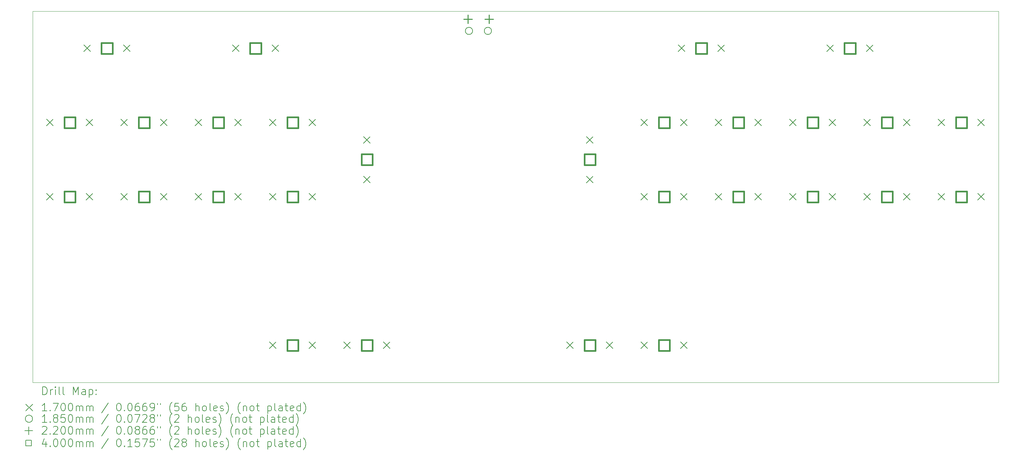
<source format=gbr>
%TF.GenerationSoftware,KiCad,Pcbnew,8.0.4*%
%TF.CreationDate,2024-08-07T22:08:14-04:00*%
%TF.ProjectId,steno,7374656e-6f2e-46b6-9963-61645f706362,1*%
%TF.SameCoordinates,Original*%
%TF.FileFunction,Drillmap*%
%TF.FilePolarity,Positive*%
%FSLAX45Y45*%
G04 Gerber Fmt 4.5, Leading zero omitted, Abs format (unit mm)*
G04 Created by KiCad (PCBNEW 8.0.4) date 2024-08-07 22:08:14*
%MOMM*%
%LPD*%
G01*
G04 APERTURE LIST*
%ADD10C,0.050000*%
%ADD11C,0.200000*%
%ADD12C,0.170000*%
%ADD13C,0.185000*%
%ADD14C,0.220000*%
%ADD15C,0.400000*%
G04 APERTURE END LIST*
D10*
X1587500Y-5080000D02*
X26352500Y-5080000D01*
X26352500Y-14605000D01*
X1587500Y-14605000D01*
X1587500Y-5080000D01*
D11*
D12*
X1947000Y-7852500D02*
X2117000Y-8022500D01*
X2117000Y-7852500D02*
X1947000Y-8022500D01*
X1947000Y-9757500D02*
X2117000Y-9927500D01*
X2117000Y-9757500D02*
X1947000Y-9927500D01*
X2899500Y-5947500D02*
X3069500Y-6117500D01*
X3069500Y-5947500D02*
X2899500Y-6117500D01*
X2963000Y-7852500D02*
X3133000Y-8022500D01*
X3133000Y-7852500D02*
X2963000Y-8022500D01*
X2963000Y-9757500D02*
X3133000Y-9927500D01*
X3133000Y-9757500D02*
X2963000Y-9927500D01*
X3852000Y-7852500D02*
X4022000Y-8022500D01*
X4022000Y-7852500D02*
X3852000Y-8022500D01*
X3852000Y-9757500D02*
X4022000Y-9927500D01*
X4022000Y-9757500D02*
X3852000Y-9927500D01*
X3915500Y-5947500D02*
X4085500Y-6117500D01*
X4085500Y-5947500D02*
X3915500Y-6117500D01*
X4868000Y-7852500D02*
X5038000Y-8022500D01*
X5038000Y-7852500D02*
X4868000Y-8022500D01*
X4868000Y-9757500D02*
X5038000Y-9927500D01*
X5038000Y-9757500D02*
X4868000Y-9927500D01*
X5757000Y-7852500D02*
X5927000Y-8022500D01*
X5927000Y-7852500D02*
X5757000Y-8022500D01*
X5757000Y-9757500D02*
X5927000Y-9927500D01*
X5927000Y-9757500D02*
X5757000Y-9927500D01*
X6709500Y-5947500D02*
X6879500Y-6117500D01*
X6879500Y-5947500D02*
X6709500Y-6117500D01*
X6773000Y-7852500D02*
X6943000Y-8022500D01*
X6943000Y-7852500D02*
X6773000Y-8022500D01*
X6773000Y-9757500D02*
X6943000Y-9927500D01*
X6943000Y-9757500D02*
X6773000Y-9927500D01*
X7662000Y-7852500D02*
X7832000Y-8022500D01*
X7832000Y-7852500D02*
X7662000Y-8022500D01*
X7662000Y-9757500D02*
X7832000Y-9927500D01*
X7832000Y-9757500D02*
X7662000Y-9927500D01*
X7662000Y-13567500D02*
X7832000Y-13737500D01*
X7832000Y-13567500D02*
X7662000Y-13737500D01*
X7725500Y-5947500D02*
X7895500Y-6117500D01*
X7895500Y-5947500D02*
X7725500Y-6117500D01*
X8678000Y-7852500D02*
X8848000Y-8022500D01*
X8848000Y-7852500D02*
X8678000Y-8022500D01*
X8678000Y-9757500D02*
X8848000Y-9927500D01*
X8848000Y-9757500D02*
X8678000Y-9927500D01*
X8678000Y-13567500D02*
X8848000Y-13737500D01*
X8848000Y-13567500D02*
X8678000Y-13737500D01*
X9567000Y-13567500D02*
X9737000Y-13737500D01*
X9737000Y-13567500D02*
X9567000Y-13737500D01*
X10075000Y-8297000D02*
X10245000Y-8467000D01*
X10245000Y-8297000D02*
X10075000Y-8467000D01*
X10075000Y-9313000D02*
X10245000Y-9483000D01*
X10245000Y-9313000D02*
X10075000Y-9483000D01*
X10583000Y-13567500D02*
X10753000Y-13737500D01*
X10753000Y-13567500D02*
X10583000Y-13737500D01*
X15282000Y-13567500D02*
X15452000Y-13737500D01*
X15452000Y-13567500D02*
X15282000Y-13737500D01*
X15790000Y-8297000D02*
X15960000Y-8467000D01*
X15960000Y-8297000D02*
X15790000Y-8467000D01*
X15790000Y-9313000D02*
X15960000Y-9483000D01*
X15960000Y-9313000D02*
X15790000Y-9483000D01*
X16298000Y-13567500D02*
X16468000Y-13737500D01*
X16468000Y-13567500D02*
X16298000Y-13737500D01*
X17187000Y-7852500D02*
X17357000Y-8022500D01*
X17357000Y-7852500D02*
X17187000Y-8022500D01*
X17187000Y-9757500D02*
X17357000Y-9927500D01*
X17357000Y-9757500D02*
X17187000Y-9927500D01*
X17187000Y-13567500D02*
X17357000Y-13737500D01*
X17357000Y-13567500D02*
X17187000Y-13737500D01*
X18139500Y-5947500D02*
X18309500Y-6117500D01*
X18309500Y-5947500D02*
X18139500Y-6117500D01*
X18203000Y-7852500D02*
X18373000Y-8022500D01*
X18373000Y-7852500D02*
X18203000Y-8022500D01*
X18203000Y-9757500D02*
X18373000Y-9927500D01*
X18373000Y-9757500D02*
X18203000Y-9927500D01*
X18203000Y-13567500D02*
X18373000Y-13737500D01*
X18373000Y-13567500D02*
X18203000Y-13737500D01*
X19092000Y-7852500D02*
X19262000Y-8022500D01*
X19262000Y-7852500D02*
X19092000Y-8022500D01*
X19092000Y-9757500D02*
X19262000Y-9927500D01*
X19262000Y-9757500D02*
X19092000Y-9927500D01*
X19155500Y-5947500D02*
X19325500Y-6117500D01*
X19325500Y-5947500D02*
X19155500Y-6117500D01*
X20108000Y-7852500D02*
X20278000Y-8022500D01*
X20278000Y-7852500D02*
X20108000Y-8022500D01*
X20108000Y-9757500D02*
X20278000Y-9927500D01*
X20278000Y-9757500D02*
X20108000Y-9927500D01*
X20997000Y-7852500D02*
X21167000Y-8022500D01*
X21167000Y-7852500D02*
X20997000Y-8022500D01*
X20997000Y-9757500D02*
X21167000Y-9927500D01*
X21167000Y-9757500D02*
X20997000Y-9927500D01*
X21949500Y-5947500D02*
X22119500Y-6117500D01*
X22119500Y-5947500D02*
X21949500Y-6117500D01*
X22013000Y-7852500D02*
X22183000Y-8022500D01*
X22183000Y-7852500D02*
X22013000Y-8022500D01*
X22013000Y-9757500D02*
X22183000Y-9927500D01*
X22183000Y-9757500D02*
X22013000Y-9927500D01*
X22902000Y-7852500D02*
X23072000Y-8022500D01*
X23072000Y-7852500D02*
X22902000Y-8022500D01*
X22902000Y-9757500D02*
X23072000Y-9927500D01*
X23072000Y-9757500D02*
X22902000Y-9927500D01*
X22965500Y-5947500D02*
X23135500Y-6117500D01*
X23135500Y-5947500D02*
X22965500Y-6117500D01*
X23918000Y-7852500D02*
X24088000Y-8022500D01*
X24088000Y-7852500D02*
X23918000Y-8022500D01*
X23918000Y-9757500D02*
X24088000Y-9927500D01*
X24088000Y-9757500D02*
X23918000Y-9927500D01*
X24807000Y-7852500D02*
X24977000Y-8022500D01*
X24977000Y-7852500D02*
X24807000Y-8022500D01*
X24807000Y-9757500D02*
X24977000Y-9927500D01*
X24977000Y-9757500D02*
X24807000Y-9927500D01*
X25823000Y-7852500D02*
X25993000Y-8022500D01*
X25993000Y-7852500D02*
X25823000Y-8022500D01*
X25823000Y-9757500D02*
X25993000Y-9927500D01*
X25993000Y-9757500D02*
X25823000Y-9927500D01*
D13*
X12867500Y-5586500D02*
G75*
G02*
X12682500Y-5586500I-92500J0D01*
G01*
X12682500Y-5586500D02*
G75*
G02*
X12867500Y-5586500I92500J0D01*
G01*
X13352500Y-5586500D02*
G75*
G02*
X13167500Y-5586500I-92500J0D01*
G01*
X13167500Y-5586500D02*
G75*
G02*
X13352500Y-5586500I92500J0D01*
G01*
D14*
X12745000Y-5173500D02*
X12745000Y-5393500D01*
X12635000Y-5283500D02*
X12855000Y-5283500D01*
X13290000Y-5173500D02*
X13290000Y-5393500D01*
X13180000Y-5283500D02*
X13400000Y-5283500D01*
D15*
X2681423Y-8078923D02*
X2681423Y-7796077D01*
X2398577Y-7796077D01*
X2398577Y-8078923D01*
X2681423Y-8078923D01*
X2681423Y-9983923D02*
X2681423Y-9701077D01*
X2398577Y-9701077D01*
X2398577Y-9983923D01*
X2681423Y-9983923D01*
X3633923Y-6173923D02*
X3633923Y-5891077D01*
X3351077Y-5891077D01*
X3351077Y-6173923D01*
X3633923Y-6173923D01*
X4586423Y-8078923D02*
X4586423Y-7796077D01*
X4303577Y-7796077D01*
X4303577Y-8078923D01*
X4586423Y-8078923D01*
X4586423Y-9983923D02*
X4586423Y-9701077D01*
X4303577Y-9701077D01*
X4303577Y-9983923D01*
X4586423Y-9983923D01*
X6491423Y-8078923D02*
X6491423Y-7796077D01*
X6208577Y-7796077D01*
X6208577Y-8078923D01*
X6491423Y-8078923D01*
X6491423Y-9983923D02*
X6491423Y-9701077D01*
X6208577Y-9701077D01*
X6208577Y-9983923D01*
X6491423Y-9983923D01*
X7443923Y-6173923D02*
X7443923Y-5891077D01*
X7161077Y-5891077D01*
X7161077Y-6173923D01*
X7443923Y-6173923D01*
X8396423Y-8078923D02*
X8396423Y-7796077D01*
X8113577Y-7796077D01*
X8113577Y-8078923D01*
X8396423Y-8078923D01*
X8396423Y-9983923D02*
X8396423Y-9701077D01*
X8113577Y-9701077D01*
X8113577Y-9983923D01*
X8396423Y-9983923D01*
X8396423Y-13793923D02*
X8396423Y-13511077D01*
X8113577Y-13511077D01*
X8113577Y-13793923D01*
X8396423Y-13793923D01*
X10301423Y-9031423D02*
X10301423Y-8748577D01*
X10018577Y-8748577D01*
X10018577Y-9031423D01*
X10301423Y-9031423D01*
X10301423Y-13793923D02*
X10301423Y-13511077D01*
X10018577Y-13511077D01*
X10018577Y-13793923D01*
X10301423Y-13793923D01*
X16016423Y-9031423D02*
X16016423Y-8748577D01*
X15733577Y-8748577D01*
X15733577Y-9031423D01*
X16016423Y-9031423D01*
X16016423Y-13793923D02*
X16016423Y-13511077D01*
X15733577Y-13511077D01*
X15733577Y-13793923D01*
X16016423Y-13793923D01*
X17921423Y-8078923D02*
X17921423Y-7796077D01*
X17638577Y-7796077D01*
X17638577Y-8078923D01*
X17921423Y-8078923D01*
X17921423Y-9983923D02*
X17921423Y-9701077D01*
X17638577Y-9701077D01*
X17638577Y-9983923D01*
X17921423Y-9983923D01*
X17921423Y-13793923D02*
X17921423Y-13511077D01*
X17638577Y-13511077D01*
X17638577Y-13793923D01*
X17921423Y-13793923D01*
X18873923Y-6173923D02*
X18873923Y-5891077D01*
X18591077Y-5891077D01*
X18591077Y-6173923D01*
X18873923Y-6173923D01*
X19826423Y-8078923D02*
X19826423Y-7796077D01*
X19543577Y-7796077D01*
X19543577Y-8078923D01*
X19826423Y-8078923D01*
X19826423Y-9983923D02*
X19826423Y-9701077D01*
X19543577Y-9701077D01*
X19543577Y-9983923D01*
X19826423Y-9983923D01*
X21731423Y-8078923D02*
X21731423Y-7796077D01*
X21448577Y-7796077D01*
X21448577Y-8078923D01*
X21731423Y-8078923D01*
X21731423Y-9983923D02*
X21731423Y-9701077D01*
X21448577Y-9701077D01*
X21448577Y-9983923D01*
X21731423Y-9983923D01*
X22683923Y-6173923D02*
X22683923Y-5891077D01*
X22401077Y-5891077D01*
X22401077Y-6173923D01*
X22683923Y-6173923D01*
X23636423Y-8078923D02*
X23636423Y-7796077D01*
X23353577Y-7796077D01*
X23353577Y-8078923D01*
X23636423Y-8078923D01*
X23636423Y-9983923D02*
X23636423Y-9701077D01*
X23353577Y-9701077D01*
X23353577Y-9983923D01*
X23636423Y-9983923D01*
X25541423Y-8078923D02*
X25541423Y-7796077D01*
X25258577Y-7796077D01*
X25258577Y-8078923D01*
X25541423Y-8078923D01*
X25541423Y-9983923D02*
X25541423Y-9701077D01*
X25258577Y-9701077D01*
X25258577Y-9983923D01*
X25541423Y-9983923D01*
D11*
X1845777Y-14918984D02*
X1845777Y-14718984D01*
X1845777Y-14718984D02*
X1893396Y-14718984D01*
X1893396Y-14718984D02*
X1921967Y-14728508D01*
X1921967Y-14728508D02*
X1941015Y-14747555D01*
X1941015Y-14747555D02*
X1950539Y-14766603D01*
X1950539Y-14766603D02*
X1960062Y-14804698D01*
X1960062Y-14804698D02*
X1960062Y-14833269D01*
X1960062Y-14833269D02*
X1950539Y-14871365D01*
X1950539Y-14871365D02*
X1941015Y-14890412D01*
X1941015Y-14890412D02*
X1921967Y-14909460D01*
X1921967Y-14909460D02*
X1893396Y-14918984D01*
X1893396Y-14918984D02*
X1845777Y-14918984D01*
X2045777Y-14918984D02*
X2045777Y-14785650D01*
X2045777Y-14823746D02*
X2055301Y-14804698D01*
X2055301Y-14804698D02*
X2064824Y-14795174D01*
X2064824Y-14795174D02*
X2083872Y-14785650D01*
X2083872Y-14785650D02*
X2102920Y-14785650D01*
X2169586Y-14918984D02*
X2169586Y-14785650D01*
X2169586Y-14718984D02*
X2160063Y-14728508D01*
X2160063Y-14728508D02*
X2169586Y-14738031D01*
X2169586Y-14738031D02*
X2179110Y-14728508D01*
X2179110Y-14728508D02*
X2169586Y-14718984D01*
X2169586Y-14718984D02*
X2169586Y-14738031D01*
X2293396Y-14918984D02*
X2274348Y-14909460D01*
X2274348Y-14909460D02*
X2264824Y-14890412D01*
X2264824Y-14890412D02*
X2264824Y-14718984D01*
X2398158Y-14918984D02*
X2379110Y-14909460D01*
X2379110Y-14909460D02*
X2369586Y-14890412D01*
X2369586Y-14890412D02*
X2369586Y-14718984D01*
X2626729Y-14918984D02*
X2626729Y-14718984D01*
X2626729Y-14718984D02*
X2693396Y-14861841D01*
X2693396Y-14861841D02*
X2760063Y-14718984D01*
X2760063Y-14718984D02*
X2760063Y-14918984D01*
X2941015Y-14918984D02*
X2941015Y-14814222D01*
X2941015Y-14814222D02*
X2931491Y-14795174D01*
X2931491Y-14795174D02*
X2912443Y-14785650D01*
X2912443Y-14785650D02*
X2874348Y-14785650D01*
X2874348Y-14785650D02*
X2855301Y-14795174D01*
X2941015Y-14909460D02*
X2921967Y-14918984D01*
X2921967Y-14918984D02*
X2874348Y-14918984D01*
X2874348Y-14918984D02*
X2855301Y-14909460D01*
X2855301Y-14909460D02*
X2845777Y-14890412D01*
X2845777Y-14890412D02*
X2845777Y-14871365D01*
X2845777Y-14871365D02*
X2855301Y-14852317D01*
X2855301Y-14852317D02*
X2874348Y-14842793D01*
X2874348Y-14842793D02*
X2921967Y-14842793D01*
X2921967Y-14842793D02*
X2941015Y-14833269D01*
X3036253Y-14785650D02*
X3036253Y-14985650D01*
X3036253Y-14795174D02*
X3055301Y-14785650D01*
X3055301Y-14785650D02*
X3093396Y-14785650D01*
X3093396Y-14785650D02*
X3112443Y-14795174D01*
X3112443Y-14795174D02*
X3121967Y-14804698D01*
X3121967Y-14804698D02*
X3131491Y-14823746D01*
X3131491Y-14823746D02*
X3131491Y-14880888D01*
X3131491Y-14880888D02*
X3121967Y-14899936D01*
X3121967Y-14899936D02*
X3112443Y-14909460D01*
X3112443Y-14909460D02*
X3093396Y-14918984D01*
X3093396Y-14918984D02*
X3055301Y-14918984D01*
X3055301Y-14918984D02*
X3036253Y-14909460D01*
X3217205Y-14899936D02*
X3226729Y-14909460D01*
X3226729Y-14909460D02*
X3217205Y-14918984D01*
X3217205Y-14918984D02*
X3207682Y-14909460D01*
X3207682Y-14909460D02*
X3217205Y-14899936D01*
X3217205Y-14899936D02*
X3217205Y-14918984D01*
X3217205Y-14795174D02*
X3226729Y-14804698D01*
X3226729Y-14804698D02*
X3217205Y-14814222D01*
X3217205Y-14814222D02*
X3207682Y-14804698D01*
X3207682Y-14804698D02*
X3217205Y-14795174D01*
X3217205Y-14795174D02*
X3217205Y-14814222D01*
D12*
X1415000Y-15162500D02*
X1585000Y-15332500D01*
X1585000Y-15162500D02*
X1415000Y-15332500D01*
D11*
X1950539Y-15338984D02*
X1836253Y-15338984D01*
X1893396Y-15338984D02*
X1893396Y-15138984D01*
X1893396Y-15138984D02*
X1874348Y-15167555D01*
X1874348Y-15167555D02*
X1855301Y-15186603D01*
X1855301Y-15186603D02*
X1836253Y-15196127D01*
X2036253Y-15319936D02*
X2045777Y-15329460D01*
X2045777Y-15329460D02*
X2036253Y-15338984D01*
X2036253Y-15338984D02*
X2026729Y-15329460D01*
X2026729Y-15329460D02*
X2036253Y-15319936D01*
X2036253Y-15319936D02*
X2036253Y-15338984D01*
X2112444Y-15138984D02*
X2245777Y-15138984D01*
X2245777Y-15138984D02*
X2160063Y-15338984D01*
X2360063Y-15138984D02*
X2379110Y-15138984D01*
X2379110Y-15138984D02*
X2398158Y-15148508D01*
X2398158Y-15148508D02*
X2407682Y-15158031D01*
X2407682Y-15158031D02*
X2417205Y-15177079D01*
X2417205Y-15177079D02*
X2426729Y-15215174D01*
X2426729Y-15215174D02*
X2426729Y-15262793D01*
X2426729Y-15262793D02*
X2417205Y-15300888D01*
X2417205Y-15300888D02*
X2407682Y-15319936D01*
X2407682Y-15319936D02*
X2398158Y-15329460D01*
X2398158Y-15329460D02*
X2379110Y-15338984D01*
X2379110Y-15338984D02*
X2360063Y-15338984D01*
X2360063Y-15338984D02*
X2341015Y-15329460D01*
X2341015Y-15329460D02*
X2331491Y-15319936D01*
X2331491Y-15319936D02*
X2321967Y-15300888D01*
X2321967Y-15300888D02*
X2312444Y-15262793D01*
X2312444Y-15262793D02*
X2312444Y-15215174D01*
X2312444Y-15215174D02*
X2321967Y-15177079D01*
X2321967Y-15177079D02*
X2331491Y-15158031D01*
X2331491Y-15158031D02*
X2341015Y-15148508D01*
X2341015Y-15148508D02*
X2360063Y-15138984D01*
X2550539Y-15138984D02*
X2569586Y-15138984D01*
X2569586Y-15138984D02*
X2588634Y-15148508D01*
X2588634Y-15148508D02*
X2598158Y-15158031D01*
X2598158Y-15158031D02*
X2607682Y-15177079D01*
X2607682Y-15177079D02*
X2617205Y-15215174D01*
X2617205Y-15215174D02*
X2617205Y-15262793D01*
X2617205Y-15262793D02*
X2607682Y-15300888D01*
X2607682Y-15300888D02*
X2598158Y-15319936D01*
X2598158Y-15319936D02*
X2588634Y-15329460D01*
X2588634Y-15329460D02*
X2569586Y-15338984D01*
X2569586Y-15338984D02*
X2550539Y-15338984D01*
X2550539Y-15338984D02*
X2531491Y-15329460D01*
X2531491Y-15329460D02*
X2521967Y-15319936D01*
X2521967Y-15319936D02*
X2512444Y-15300888D01*
X2512444Y-15300888D02*
X2502920Y-15262793D01*
X2502920Y-15262793D02*
X2502920Y-15215174D01*
X2502920Y-15215174D02*
X2512444Y-15177079D01*
X2512444Y-15177079D02*
X2521967Y-15158031D01*
X2521967Y-15158031D02*
X2531491Y-15148508D01*
X2531491Y-15148508D02*
X2550539Y-15138984D01*
X2702920Y-15338984D02*
X2702920Y-15205650D01*
X2702920Y-15224698D02*
X2712444Y-15215174D01*
X2712444Y-15215174D02*
X2731491Y-15205650D01*
X2731491Y-15205650D02*
X2760063Y-15205650D01*
X2760063Y-15205650D02*
X2779110Y-15215174D01*
X2779110Y-15215174D02*
X2788634Y-15234222D01*
X2788634Y-15234222D02*
X2788634Y-15338984D01*
X2788634Y-15234222D02*
X2798158Y-15215174D01*
X2798158Y-15215174D02*
X2817205Y-15205650D01*
X2817205Y-15205650D02*
X2845777Y-15205650D01*
X2845777Y-15205650D02*
X2864824Y-15215174D01*
X2864824Y-15215174D02*
X2874348Y-15234222D01*
X2874348Y-15234222D02*
X2874348Y-15338984D01*
X2969586Y-15338984D02*
X2969586Y-15205650D01*
X2969586Y-15224698D02*
X2979110Y-15215174D01*
X2979110Y-15215174D02*
X2998158Y-15205650D01*
X2998158Y-15205650D02*
X3026729Y-15205650D01*
X3026729Y-15205650D02*
X3045777Y-15215174D01*
X3045777Y-15215174D02*
X3055301Y-15234222D01*
X3055301Y-15234222D02*
X3055301Y-15338984D01*
X3055301Y-15234222D02*
X3064824Y-15215174D01*
X3064824Y-15215174D02*
X3083872Y-15205650D01*
X3083872Y-15205650D02*
X3112443Y-15205650D01*
X3112443Y-15205650D02*
X3131491Y-15215174D01*
X3131491Y-15215174D02*
X3141015Y-15234222D01*
X3141015Y-15234222D02*
X3141015Y-15338984D01*
X3531491Y-15129460D02*
X3360063Y-15386603D01*
X3788634Y-15138984D02*
X3807682Y-15138984D01*
X3807682Y-15138984D02*
X3826729Y-15148508D01*
X3826729Y-15148508D02*
X3836253Y-15158031D01*
X3836253Y-15158031D02*
X3845777Y-15177079D01*
X3845777Y-15177079D02*
X3855301Y-15215174D01*
X3855301Y-15215174D02*
X3855301Y-15262793D01*
X3855301Y-15262793D02*
X3845777Y-15300888D01*
X3845777Y-15300888D02*
X3836253Y-15319936D01*
X3836253Y-15319936D02*
X3826729Y-15329460D01*
X3826729Y-15329460D02*
X3807682Y-15338984D01*
X3807682Y-15338984D02*
X3788634Y-15338984D01*
X3788634Y-15338984D02*
X3769586Y-15329460D01*
X3769586Y-15329460D02*
X3760063Y-15319936D01*
X3760063Y-15319936D02*
X3750539Y-15300888D01*
X3750539Y-15300888D02*
X3741015Y-15262793D01*
X3741015Y-15262793D02*
X3741015Y-15215174D01*
X3741015Y-15215174D02*
X3750539Y-15177079D01*
X3750539Y-15177079D02*
X3760063Y-15158031D01*
X3760063Y-15158031D02*
X3769586Y-15148508D01*
X3769586Y-15148508D02*
X3788634Y-15138984D01*
X3941015Y-15319936D02*
X3950539Y-15329460D01*
X3950539Y-15329460D02*
X3941015Y-15338984D01*
X3941015Y-15338984D02*
X3931491Y-15329460D01*
X3931491Y-15329460D02*
X3941015Y-15319936D01*
X3941015Y-15319936D02*
X3941015Y-15338984D01*
X4074348Y-15138984D02*
X4093396Y-15138984D01*
X4093396Y-15138984D02*
X4112444Y-15148508D01*
X4112444Y-15148508D02*
X4121967Y-15158031D01*
X4121967Y-15158031D02*
X4131491Y-15177079D01*
X4131491Y-15177079D02*
X4141015Y-15215174D01*
X4141015Y-15215174D02*
X4141015Y-15262793D01*
X4141015Y-15262793D02*
X4131491Y-15300888D01*
X4131491Y-15300888D02*
X4121967Y-15319936D01*
X4121967Y-15319936D02*
X4112444Y-15329460D01*
X4112444Y-15329460D02*
X4093396Y-15338984D01*
X4093396Y-15338984D02*
X4074348Y-15338984D01*
X4074348Y-15338984D02*
X4055301Y-15329460D01*
X4055301Y-15329460D02*
X4045777Y-15319936D01*
X4045777Y-15319936D02*
X4036253Y-15300888D01*
X4036253Y-15300888D02*
X4026729Y-15262793D01*
X4026729Y-15262793D02*
X4026729Y-15215174D01*
X4026729Y-15215174D02*
X4036253Y-15177079D01*
X4036253Y-15177079D02*
X4045777Y-15158031D01*
X4045777Y-15158031D02*
X4055301Y-15148508D01*
X4055301Y-15148508D02*
X4074348Y-15138984D01*
X4312444Y-15138984D02*
X4274348Y-15138984D01*
X4274348Y-15138984D02*
X4255301Y-15148508D01*
X4255301Y-15148508D02*
X4245777Y-15158031D01*
X4245777Y-15158031D02*
X4226729Y-15186603D01*
X4226729Y-15186603D02*
X4217206Y-15224698D01*
X4217206Y-15224698D02*
X4217206Y-15300888D01*
X4217206Y-15300888D02*
X4226729Y-15319936D01*
X4226729Y-15319936D02*
X4236253Y-15329460D01*
X4236253Y-15329460D02*
X4255301Y-15338984D01*
X4255301Y-15338984D02*
X4293396Y-15338984D01*
X4293396Y-15338984D02*
X4312444Y-15329460D01*
X4312444Y-15329460D02*
X4321968Y-15319936D01*
X4321968Y-15319936D02*
X4331491Y-15300888D01*
X4331491Y-15300888D02*
X4331491Y-15253269D01*
X4331491Y-15253269D02*
X4321968Y-15234222D01*
X4321968Y-15234222D02*
X4312444Y-15224698D01*
X4312444Y-15224698D02*
X4293396Y-15215174D01*
X4293396Y-15215174D02*
X4255301Y-15215174D01*
X4255301Y-15215174D02*
X4236253Y-15224698D01*
X4236253Y-15224698D02*
X4226729Y-15234222D01*
X4226729Y-15234222D02*
X4217206Y-15253269D01*
X4502920Y-15138984D02*
X4464825Y-15138984D01*
X4464825Y-15138984D02*
X4445777Y-15148508D01*
X4445777Y-15148508D02*
X4436253Y-15158031D01*
X4436253Y-15158031D02*
X4417206Y-15186603D01*
X4417206Y-15186603D02*
X4407682Y-15224698D01*
X4407682Y-15224698D02*
X4407682Y-15300888D01*
X4407682Y-15300888D02*
X4417206Y-15319936D01*
X4417206Y-15319936D02*
X4426729Y-15329460D01*
X4426729Y-15329460D02*
X4445777Y-15338984D01*
X4445777Y-15338984D02*
X4483872Y-15338984D01*
X4483872Y-15338984D02*
X4502920Y-15329460D01*
X4502920Y-15329460D02*
X4512444Y-15319936D01*
X4512444Y-15319936D02*
X4521968Y-15300888D01*
X4521968Y-15300888D02*
X4521968Y-15253269D01*
X4521968Y-15253269D02*
X4512444Y-15234222D01*
X4512444Y-15234222D02*
X4502920Y-15224698D01*
X4502920Y-15224698D02*
X4483872Y-15215174D01*
X4483872Y-15215174D02*
X4445777Y-15215174D01*
X4445777Y-15215174D02*
X4426729Y-15224698D01*
X4426729Y-15224698D02*
X4417206Y-15234222D01*
X4417206Y-15234222D02*
X4407682Y-15253269D01*
X4617206Y-15338984D02*
X4655301Y-15338984D01*
X4655301Y-15338984D02*
X4674349Y-15329460D01*
X4674349Y-15329460D02*
X4683872Y-15319936D01*
X4683872Y-15319936D02*
X4702920Y-15291365D01*
X4702920Y-15291365D02*
X4712444Y-15253269D01*
X4712444Y-15253269D02*
X4712444Y-15177079D01*
X4712444Y-15177079D02*
X4702920Y-15158031D01*
X4702920Y-15158031D02*
X4693396Y-15148508D01*
X4693396Y-15148508D02*
X4674349Y-15138984D01*
X4674349Y-15138984D02*
X4636253Y-15138984D01*
X4636253Y-15138984D02*
X4617206Y-15148508D01*
X4617206Y-15148508D02*
X4607682Y-15158031D01*
X4607682Y-15158031D02*
X4598158Y-15177079D01*
X4598158Y-15177079D02*
X4598158Y-15224698D01*
X4598158Y-15224698D02*
X4607682Y-15243746D01*
X4607682Y-15243746D02*
X4617206Y-15253269D01*
X4617206Y-15253269D02*
X4636253Y-15262793D01*
X4636253Y-15262793D02*
X4674349Y-15262793D01*
X4674349Y-15262793D02*
X4693396Y-15253269D01*
X4693396Y-15253269D02*
X4702920Y-15243746D01*
X4702920Y-15243746D02*
X4712444Y-15224698D01*
X4788634Y-15138984D02*
X4788634Y-15177079D01*
X4864825Y-15138984D02*
X4864825Y-15177079D01*
X5160063Y-15415174D02*
X5150539Y-15405650D01*
X5150539Y-15405650D02*
X5131491Y-15377079D01*
X5131491Y-15377079D02*
X5121968Y-15358031D01*
X5121968Y-15358031D02*
X5112444Y-15329460D01*
X5112444Y-15329460D02*
X5102920Y-15281841D01*
X5102920Y-15281841D02*
X5102920Y-15243746D01*
X5102920Y-15243746D02*
X5112444Y-15196127D01*
X5112444Y-15196127D02*
X5121968Y-15167555D01*
X5121968Y-15167555D02*
X5131491Y-15148508D01*
X5131491Y-15148508D02*
X5150539Y-15119936D01*
X5150539Y-15119936D02*
X5160063Y-15110412D01*
X5331491Y-15138984D02*
X5236253Y-15138984D01*
X5236253Y-15138984D02*
X5226730Y-15234222D01*
X5226730Y-15234222D02*
X5236253Y-15224698D01*
X5236253Y-15224698D02*
X5255301Y-15215174D01*
X5255301Y-15215174D02*
X5302920Y-15215174D01*
X5302920Y-15215174D02*
X5321968Y-15224698D01*
X5321968Y-15224698D02*
X5331491Y-15234222D01*
X5331491Y-15234222D02*
X5341015Y-15253269D01*
X5341015Y-15253269D02*
X5341015Y-15300888D01*
X5341015Y-15300888D02*
X5331491Y-15319936D01*
X5331491Y-15319936D02*
X5321968Y-15329460D01*
X5321968Y-15329460D02*
X5302920Y-15338984D01*
X5302920Y-15338984D02*
X5255301Y-15338984D01*
X5255301Y-15338984D02*
X5236253Y-15329460D01*
X5236253Y-15329460D02*
X5226730Y-15319936D01*
X5512444Y-15138984D02*
X5474349Y-15138984D01*
X5474349Y-15138984D02*
X5455301Y-15148508D01*
X5455301Y-15148508D02*
X5445777Y-15158031D01*
X5445777Y-15158031D02*
X5426730Y-15186603D01*
X5426730Y-15186603D02*
X5417206Y-15224698D01*
X5417206Y-15224698D02*
X5417206Y-15300888D01*
X5417206Y-15300888D02*
X5426730Y-15319936D01*
X5426730Y-15319936D02*
X5436253Y-15329460D01*
X5436253Y-15329460D02*
X5455301Y-15338984D01*
X5455301Y-15338984D02*
X5493396Y-15338984D01*
X5493396Y-15338984D02*
X5512444Y-15329460D01*
X5512444Y-15329460D02*
X5521968Y-15319936D01*
X5521968Y-15319936D02*
X5531491Y-15300888D01*
X5531491Y-15300888D02*
X5531491Y-15253269D01*
X5531491Y-15253269D02*
X5521968Y-15234222D01*
X5521968Y-15234222D02*
X5512444Y-15224698D01*
X5512444Y-15224698D02*
X5493396Y-15215174D01*
X5493396Y-15215174D02*
X5455301Y-15215174D01*
X5455301Y-15215174D02*
X5436253Y-15224698D01*
X5436253Y-15224698D02*
X5426730Y-15234222D01*
X5426730Y-15234222D02*
X5417206Y-15253269D01*
X5769587Y-15338984D02*
X5769587Y-15138984D01*
X5855301Y-15338984D02*
X5855301Y-15234222D01*
X5855301Y-15234222D02*
X5845777Y-15215174D01*
X5845777Y-15215174D02*
X5826730Y-15205650D01*
X5826730Y-15205650D02*
X5798158Y-15205650D01*
X5798158Y-15205650D02*
X5779110Y-15215174D01*
X5779110Y-15215174D02*
X5769587Y-15224698D01*
X5979110Y-15338984D02*
X5960063Y-15329460D01*
X5960063Y-15329460D02*
X5950539Y-15319936D01*
X5950539Y-15319936D02*
X5941015Y-15300888D01*
X5941015Y-15300888D02*
X5941015Y-15243746D01*
X5941015Y-15243746D02*
X5950539Y-15224698D01*
X5950539Y-15224698D02*
X5960063Y-15215174D01*
X5960063Y-15215174D02*
X5979110Y-15205650D01*
X5979110Y-15205650D02*
X6007682Y-15205650D01*
X6007682Y-15205650D02*
X6026730Y-15215174D01*
X6026730Y-15215174D02*
X6036253Y-15224698D01*
X6036253Y-15224698D02*
X6045777Y-15243746D01*
X6045777Y-15243746D02*
X6045777Y-15300888D01*
X6045777Y-15300888D02*
X6036253Y-15319936D01*
X6036253Y-15319936D02*
X6026730Y-15329460D01*
X6026730Y-15329460D02*
X6007682Y-15338984D01*
X6007682Y-15338984D02*
X5979110Y-15338984D01*
X6160063Y-15338984D02*
X6141015Y-15329460D01*
X6141015Y-15329460D02*
X6131491Y-15310412D01*
X6131491Y-15310412D02*
X6131491Y-15138984D01*
X6312444Y-15329460D02*
X6293396Y-15338984D01*
X6293396Y-15338984D02*
X6255301Y-15338984D01*
X6255301Y-15338984D02*
X6236253Y-15329460D01*
X6236253Y-15329460D02*
X6226730Y-15310412D01*
X6226730Y-15310412D02*
X6226730Y-15234222D01*
X6226730Y-15234222D02*
X6236253Y-15215174D01*
X6236253Y-15215174D02*
X6255301Y-15205650D01*
X6255301Y-15205650D02*
X6293396Y-15205650D01*
X6293396Y-15205650D02*
X6312444Y-15215174D01*
X6312444Y-15215174D02*
X6321968Y-15234222D01*
X6321968Y-15234222D02*
X6321968Y-15253269D01*
X6321968Y-15253269D02*
X6226730Y-15272317D01*
X6398158Y-15329460D02*
X6417206Y-15338984D01*
X6417206Y-15338984D02*
X6455301Y-15338984D01*
X6455301Y-15338984D02*
X6474349Y-15329460D01*
X6474349Y-15329460D02*
X6483872Y-15310412D01*
X6483872Y-15310412D02*
X6483872Y-15300888D01*
X6483872Y-15300888D02*
X6474349Y-15281841D01*
X6474349Y-15281841D02*
X6455301Y-15272317D01*
X6455301Y-15272317D02*
X6426730Y-15272317D01*
X6426730Y-15272317D02*
X6407682Y-15262793D01*
X6407682Y-15262793D02*
X6398158Y-15243746D01*
X6398158Y-15243746D02*
X6398158Y-15234222D01*
X6398158Y-15234222D02*
X6407682Y-15215174D01*
X6407682Y-15215174D02*
X6426730Y-15205650D01*
X6426730Y-15205650D02*
X6455301Y-15205650D01*
X6455301Y-15205650D02*
X6474349Y-15215174D01*
X6550539Y-15415174D02*
X6560063Y-15405650D01*
X6560063Y-15405650D02*
X6579111Y-15377079D01*
X6579111Y-15377079D02*
X6588634Y-15358031D01*
X6588634Y-15358031D02*
X6598158Y-15329460D01*
X6598158Y-15329460D02*
X6607682Y-15281841D01*
X6607682Y-15281841D02*
X6607682Y-15243746D01*
X6607682Y-15243746D02*
X6598158Y-15196127D01*
X6598158Y-15196127D02*
X6588634Y-15167555D01*
X6588634Y-15167555D02*
X6579111Y-15148508D01*
X6579111Y-15148508D02*
X6560063Y-15119936D01*
X6560063Y-15119936D02*
X6550539Y-15110412D01*
X6912444Y-15415174D02*
X6902920Y-15405650D01*
X6902920Y-15405650D02*
X6883872Y-15377079D01*
X6883872Y-15377079D02*
X6874349Y-15358031D01*
X6874349Y-15358031D02*
X6864825Y-15329460D01*
X6864825Y-15329460D02*
X6855301Y-15281841D01*
X6855301Y-15281841D02*
X6855301Y-15243746D01*
X6855301Y-15243746D02*
X6864825Y-15196127D01*
X6864825Y-15196127D02*
X6874349Y-15167555D01*
X6874349Y-15167555D02*
X6883872Y-15148508D01*
X6883872Y-15148508D02*
X6902920Y-15119936D01*
X6902920Y-15119936D02*
X6912444Y-15110412D01*
X6988634Y-15205650D02*
X6988634Y-15338984D01*
X6988634Y-15224698D02*
X6998158Y-15215174D01*
X6998158Y-15215174D02*
X7017206Y-15205650D01*
X7017206Y-15205650D02*
X7045777Y-15205650D01*
X7045777Y-15205650D02*
X7064825Y-15215174D01*
X7064825Y-15215174D02*
X7074349Y-15234222D01*
X7074349Y-15234222D02*
X7074349Y-15338984D01*
X7198158Y-15338984D02*
X7179111Y-15329460D01*
X7179111Y-15329460D02*
X7169587Y-15319936D01*
X7169587Y-15319936D02*
X7160063Y-15300888D01*
X7160063Y-15300888D02*
X7160063Y-15243746D01*
X7160063Y-15243746D02*
X7169587Y-15224698D01*
X7169587Y-15224698D02*
X7179111Y-15215174D01*
X7179111Y-15215174D02*
X7198158Y-15205650D01*
X7198158Y-15205650D02*
X7226730Y-15205650D01*
X7226730Y-15205650D02*
X7245777Y-15215174D01*
X7245777Y-15215174D02*
X7255301Y-15224698D01*
X7255301Y-15224698D02*
X7264825Y-15243746D01*
X7264825Y-15243746D02*
X7264825Y-15300888D01*
X7264825Y-15300888D02*
X7255301Y-15319936D01*
X7255301Y-15319936D02*
X7245777Y-15329460D01*
X7245777Y-15329460D02*
X7226730Y-15338984D01*
X7226730Y-15338984D02*
X7198158Y-15338984D01*
X7321968Y-15205650D02*
X7398158Y-15205650D01*
X7350539Y-15138984D02*
X7350539Y-15310412D01*
X7350539Y-15310412D02*
X7360063Y-15329460D01*
X7360063Y-15329460D02*
X7379111Y-15338984D01*
X7379111Y-15338984D02*
X7398158Y-15338984D01*
X7617206Y-15205650D02*
X7617206Y-15405650D01*
X7617206Y-15215174D02*
X7636253Y-15205650D01*
X7636253Y-15205650D02*
X7674349Y-15205650D01*
X7674349Y-15205650D02*
X7693396Y-15215174D01*
X7693396Y-15215174D02*
X7702920Y-15224698D01*
X7702920Y-15224698D02*
X7712444Y-15243746D01*
X7712444Y-15243746D02*
X7712444Y-15300888D01*
X7712444Y-15300888D02*
X7702920Y-15319936D01*
X7702920Y-15319936D02*
X7693396Y-15329460D01*
X7693396Y-15329460D02*
X7674349Y-15338984D01*
X7674349Y-15338984D02*
X7636253Y-15338984D01*
X7636253Y-15338984D02*
X7617206Y-15329460D01*
X7826730Y-15338984D02*
X7807682Y-15329460D01*
X7807682Y-15329460D02*
X7798158Y-15310412D01*
X7798158Y-15310412D02*
X7798158Y-15138984D01*
X7988634Y-15338984D02*
X7988634Y-15234222D01*
X7988634Y-15234222D02*
X7979111Y-15215174D01*
X7979111Y-15215174D02*
X7960063Y-15205650D01*
X7960063Y-15205650D02*
X7921968Y-15205650D01*
X7921968Y-15205650D02*
X7902920Y-15215174D01*
X7988634Y-15329460D02*
X7969587Y-15338984D01*
X7969587Y-15338984D02*
X7921968Y-15338984D01*
X7921968Y-15338984D02*
X7902920Y-15329460D01*
X7902920Y-15329460D02*
X7893396Y-15310412D01*
X7893396Y-15310412D02*
X7893396Y-15291365D01*
X7893396Y-15291365D02*
X7902920Y-15272317D01*
X7902920Y-15272317D02*
X7921968Y-15262793D01*
X7921968Y-15262793D02*
X7969587Y-15262793D01*
X7969587Y-15262793D02*
X7988634Y-15253269D01*
X8055301Y-15205650D02*
X8131492Y-15205650D01*
X8083873Y-15138984D02*
X8083873Y-15310412D01*
X8083873Y-15310412D02*
X8093396Y-15329460D01*
X8093396Y-15329460D02*
X8112444Y-15338984D01*
X8112444Y-15338984D02*
X8131492Y-15338984D01*
X8274349Y-15329460D02*
X8255301Y-15338984D01*
X8255301Y-15338984D02*
X8217206Y-15338984D01*
X8217206Y-15338984D02*
X8198158Y-15329460D01*
X8198158Y-15329460D02*
X8188634Y-15310412D01*
X8188634Y-15310412D02*
X8188634Y-15234222D01*
X8188634Y-15234222D02*
X8198158Y-15215174D01*
X8198158Y-15215174D02*
X8217206Y-15205650D01*
X8217206Y-15205650D02*
X8255301Y-15205650D01*
X8255301Y-15205650D02*
X8274349Y-15215174D01*
X8274349Y-15215174D02*
X8283873Y-15234222D01*
X8283873Y-15234222D02*
X8283873Y-15253269D01*
X8283873Y-15253269D02*
X8188634Y-15272317D01*
X8455301Y-15338984D02*
X8455301Y-15138984D01*
X8455301Y-15329460D02*
X8436254Y-15338984D01*
X8436254Y-15338984D02*
X8398158Y-15338984D01*
X8398158Y-15338984D02*
X8379111Y-15329460D01*
X8379111Y-15329460D02*
X8369587Y-15319936D01*
X8369587Y-15319936D02*
X8360063Y-15300888D01*
X8360063Y-15300888D02*
X8360063Y-15243746D01*
X8360063Y-15243746D02*
X8369587Y-15224698D01*
X8369587Y-15224698D02*
X8379111Y-15215174D01*
X8379111Y-15215174D02*
X8398158Y-15205650D01*
X8398158Y-15205650D02*
X8436254Y-15205650D01*
X8436254Y-15205650D02*
X8455301Y-15215174D01*
X8531492Y-15415174D02*
X8541016Y-15405650D01*
X8541016Y-15405650D02*
X8560063Y-15377079D01*
X8560063Y-15377079D02*
X8569587Y-15358031D01*
X8569587Y-15358031D02*
X8579111Y-15329460D01*
X8579111Y-15329460D02*
X8588635Y-15281841D01*
X8588635Y-15281841D02*
X8588635Y-15243746D01*
X8588635Y-15243746D02*
X8579111Y-15196127D01*
X8579111Y-15196127D02*
X8569587Y-15167555D01*
X8569587Y-15167555D02*
X8560063Y-15148508D01*
X8560063Y-15148508D02*
X8541016Y-15119936D01*
X8541016Y-15119936D02*
X8531492Y-15110412D01*
D13*
X1585000Y-15537500D02*
G75*
G02*
X1400000Y-15537500I-92500J0D01*
G01*
X1400000Y-15537500D02*
G75*
G02*
X1585000Y-15537500I92500J0D01*
G01*
D11*
X1950539Y-15628984D02*
X1836253Y-15628984D01*
X1893396Y-15628984D02*
X1893396Y-15428984D01*
X1893396Y-15428984D02*
X1874348Y-15457555D01*
X1874348Y-15457555D02*
X1855301Y-15476603D01*
X1855301Y-15476603D02*
X1836253Y-15486127D01*
X2036253Y-15609936D02*
X2045777Y-15619460D01*
X2045777Y-15619460D02*
X2036253Y-15628984D01*
X2036253Y-15628984D02*
X2026729Y-15619460D01*
X2026729Y-15619460D02*
X2036253Y-15609936D01*
X2036253Y-15609936D02*
X2036253Y-15628984D01*
X2160063Y-15514698D02*
X2141015Y-15505174D01*
X2141015Y-15505174D02*
X2131491Y-15495650D01*
X2131491Y-15495650D02*
X2121967Y-15476603D01*
X2121967Y-15476603D02*
X2121967Y-15467079D01*
X2121967Y-15467079D02*
X2131491Y-15448031D01*
X2131491Y-15448031D02*
X2141015Y-15438508D01*
X2141015Y-15438508D02*
X2160063Y-15428984D01*
X2160063Y-15428984D02*
X2198158Y-15428984D01*
X2198158Y-15428984D02*
X2217205Y-15438508D01*
X2217205Y-15438508D02*
X2226729Y-15448031D01*
X2226729Y-15448031D02*
X2236253Y-15467079D01*
X2236253Y-15467079D02*
X2236253Y-15476603D01*
X2236253Y-15476603D02*
X2226729Y-15495650D01*
X2226729Y-15495650D02*
X2217205Y-15505174D01*
X2217205Y-15505174D02*
X2198158Y-15514698D01*
X2198158Y-15514698D02*
X2160063Y-15514698D01*
X2160063Y-15514698D02*
X2141015Y-15524222D01*
X2141015Y-15524222D02*
X2131491Y-15533746D01*
X2131491Y-15533746D02*
X2121967Y-15552793D01*
X2121967Y-15552793D02*
X2121967Y-15590888D01*
X2121967Y-15590888D02*
X2131491Y-15609936D01*
X2131491Y-15609936D02*
X2141015Y-15619460D01*
X2141015Y-15619460D02*
X2160063Y-15628984D01*
X2160063Y-15628984D02*
X2198158Y-15628984D01*
X2198158Y-15628984D02*
X2217205Y-15619460D01*
X2217205Y-15619460D02*
X2226729Y-15609936D01*
X2226729Y-15609936D02*
X2236253Y-15590888D01*
X2236253Y-15590888D02*
X2236253Y-15552793D01*
X2236253Y-15552793D02*
X2226729Y-15533746D01*
X2226729Y-15533746D02*
X2217205Y-15524222D01*
X2217205Y-15524222D02*
X2198158Y-15514698D01*
X2417205Y-15428984D02*
X2321967Y-15428984D01*
X2321967Y-15428984D02*
X2312444Y-15524222D01*
X2312444Y-15524222D02*
X2321967Y-15514698D01*
X2321967Y-15514698D02*
X2341015Y-15505174D01*
X2341015Y-15505174D02*
X2388634Y-15505174D01*
X2388634Y-15505174D02*
X2407682Y-15514698D01*
X2407682Y-15514698D02*
X2417205Y-15524222D01*
X2417205Y-15524222D02*
X2426729Y-15543269D01*
X2426729Y-15543269D02*
X2426729Y-15590888D01*
X2426729Y-15590888D02*
X2417205Y-15609936D01*
X2417205Y-15609936D02*
X2407682Y-15619460D01*
X2407682Y-15619460D02*
X2388634Y-15628984D01*
X2388634Y-15628984D02*
X2341015Y-15628984D01*
X2341015Y-15628984D02*
X2321967Y-15619460D01*
X2321967Y-15619460D02*
X2312444Y-15609936D01*
X2550539Y-15428984D02*
X2569586Y-15428984D01*
X2569586Y-15428984D02*
X2588634Y-15438508D01*
X2588634Y-15438508D02*
X2598158Y-15448031D01*
X2598158Y-15448031D02*
X2607682Y-15467079D01*
X2607682Y-15467079D02*
X2617205Y-15505174D01*
X2617205Y-15505174D02*
X2617205Y-15552793D01*
X2617205Y-15552793D02*
X2607682Y-15590888D01*
X2607682Y-15590888D02*
X2598158Y-15609936D01*
X2598158Y-15609936D02*
X2588634Y-15619460D01*
X2588634Y-15619460D02*
X2569586Y-15628984D01*
X2569586Y-15628984D02*
X2550539Y-15628984D01*
X2550539Y-15628984D02*
X2531491Y-15619460D01*
X2531491Y-15619460D02*
X2521967Y-15609936D01*
X2521967Y-15609936D02*
X2512444Y-15590888D01*
X2512444Y-15590888D02*
X2502920Y-15552793D01*
X2502920Y-15552793D02*
X2502920Y-15505174D01*
X2502920Y-15505174D02*
X2512444Y-15467079D01*
X2512444Y-15467079D02*
X2521967Y-15448031D01*
X2521967Y-15448031D02*
X2531491Y-15438508D01*
X2531491Y-15438508D02*
X2550539Y-15428984D01*
X2702920Y-15628984D02*
X2702920Y-15495650D01*
X2702920Y-15514698D02*
X2712444Y-15505174D01*
X2712444Y-15505174D02*
X2731491Y-15495650D01*
X2731491Y-15495650D02*
X2760063Y-15495650D01*
X2760063Y-15495650D02*
X2779110Y-15505174D01*
X2779110Y-15505174D02*
X2788634Y-15524222D01*
X2788634Y-15524222D02*
X2788634Y-15628984D01*
X2788634Y-15524222D02*
X2798158Y-15505174D01*
X2798158Y-15505174D02*
X2817205Y-15495650D01*
X2817205Y-15495650D02*
X2845777Y-15495650D01*
X2845777Y-15495650D02*
X2864824Y-15505174D01*
X2864824Y-15505174D02*
X2874348Y-15524222D01*
X2874348Y-15524222D02*
X2874348Y-15628984D01*
X2969586Y-15628984D02*
X2969586Y-15495650D01*
X2969586Y-15514698D02*
X2979110Y-15505174D01*
X2979110Y-15505174D02*
X2998158Y-15495650D01*
X2998158Y-15495650D02*
X3026729Y-15495650D01*
X3026729Y-15495650D02*
X3045777Y-15505174D01*
X3045777Y-15505174D02*
X3055301Y-15524222D01*
X3055301Y-15524222D02*
X3055301Y-15628984D01*
X3055301Y-15524222D02*
X3064824Y-15505174D01*
X3064824Y-15505174D02*
X3083872Y-15495650D01*
X3083872Y-15495650D02*
X3112443Y-15495650D01*
X3112443Y-15495650D02*
X3131491Y-15505174D01*
X3131491Y-15505174D02*
X3141015Y-15524222D01*
X3141015Y-15524222D02*
X3141015Y-15628984D01*
X3531491Y-15419460D02*
X3360063Y-15676603D01*
X3788634Y-15428984D02*
X3807682Y-15428984D01*
X3807682Y-15428984D02*
X3826729Y-15438508D01*
X3826729Y-15438508D02*
X3836253Y-15448031D01*
X3836253Y-15448031D02*
X3845777Y-15467079D01*
X3845777Y-15467079D02*
X3855301Y-15505174D01*
X3855301Y-15505174D02*
X3855301Y-15552793D01*
X3855301Y-15552793D02*
X3845777Y-15590888D01*
X3845777Y-15590888D02*
X3836253Y-15609936D01*
X3836253Y-15609936D02*
X3826729Y-15619460D01*
X3826729Y-15619460D02*
X3807682Y-15628984D01*
X3807682Y-15628984D02*
X3788634Y-15628984D01*
X3788634Y-15628984D02*
X3769586Y-15619460D01*
X3769586Y-15619460D02*
X3760063Y-15609936D01*
X3760063Y-15609936D02*
X3750539Y-15590888D01*
X3750539Y-15590888D02*
X3741015Y-15552793D01*
X3741015Y-15552793D02*
X3741015Y-15505174D01*
X3741015Y-15505174D02*
X3750539Y-15467079D01*
X3750539Y-15467079D02*
X3760063Y-15448031D01*
X3760063Y-15448031D02*
X3769586Y-15438508D01*
X3769586Y-15438508D02*
X3788634Y-15428984D01*
X3941015Y-15609936D02*
X3950539Y-15619460D01*
X3950539Y-15619460D02*
X3941015Y-15628984D01*
X3941015Y-15628984D02*
X3931491Y-15619460D01*
X3931491Y-15619460D02*
X3941015Y-15609936D01*
X3941015Y-15609936D02*
X3941015Y-15628984D01*
X4074348Y-15428984D02*
X4093396Y-15428984D01*
X4093396Y-15428984D02*
X4112444Y-15438508D01*
X4112444Y-15438508D02*
X4121967Y-15448031D01*
X4121967Y-15448031D02*
X4131491Y-15467079D01*
X4131491Y-15467079D02*
X4141015Y-15505174D01*
X4141015Y-15505174D02*
X4141015Y-15552793D01*
X4141015Y-15552793D02*
X4131491Y-15590888D01*
X4131491Y-15590888D02*
X4121967Y-15609936D01*
X4121967Y-15609936D02*
X4112444Y-15619460D01*
X4112444Y-15619460D02*
X4093396Y-15628984D01*
X4093396Y-15628984D02*
X4074348Y-15628984D01*
X4074348Y-15628984D02*
X4055301Y-15619460D01*
X4055301Y-15619460D02*
X4045777Y-15609936D01*
X4045777Y-15609936D02*
X4036253Y-15590888D01*
X4036253Y-15590888D02*
X4026729Y-15552793D01*
X4026729Y-15552793D02*
X4026729Y-15505174D01*
X4026729Y-15505174D02*
X4036253Y-15467079D01*
X4036253Y-15467079D02*
X4045777Y-15448031D01*
X4045777Y-15448031D02*
X4055301Y-15438508D01*
X4055301Y-15438508D02*
X4074348Y-15428984D01*
X4207682Y-15428984D02*
X4341015Y-15428984D01*
X4341015Y-15428984D02*
X4255301Y-15628984D01*
X4407682Y-15448031D02*
X4417206Y-15438508D01*
X4417206Y-15438508D02*
X4436253Y-15428984D01*
X4436253Y-15428984D02*
X4483872Y-15428984D01*
X4483872Y-15428984D02*
X4502920Y-15438508D01*
X4502920Y-15438508D02*
X4512444Y-15448031D01*
X4512444Y-15448031D02*
X4521968Y-15467079D01*
X4521968Y-15467079D02*
X4521968Y-15486127D01*
X4521968Y-15486127D02*
X4512444Y-15514698D01*
X4512444Y-15514698D02*
X4398158Y-15628984D01*
X4398158Y-15628984D02*
X4521968Y-15628984D01*
X4636253Y-15514698D02*
X4617206Y-15505174D01*
X4617206Y-15505174D02*
X4607682Y-15495650D01*
X4607682Y-15495650D02*
X4598158Y-15476603D01*
X4598158Y-15476603D02*
X4598158Y-15467079D01*
X4598158Y-15467079D02*
X4607682Y-15448031D01*
X4607682Y-15448031D02*
X4617206Y-15438508D01*
X4617206Y-15438508D02*
X4636253Y-15428984D01*
X4636253Y-15428984D02*
X4674349Y-15428984D01*
X4674349Y-15428984D02*
X4693396Y-15438508D01*
X4693396Y-15438508D02*
X4702920Y-15448031D01*
X4702920Y-15448031D02*
X4712444Y-15467079D01*
X4712444Y-15467079D02*
X4712444Y-15476603D01*
X4712444Y-15476603D02*
X4702920Y-15495650D01*
X4702920Y-15495650D02*
X4693396Y-15505174D01*
X4693396Y-15505174D02*
X4674349Y-15514698D01*
X4674349Y-15514698D02*
X4636253Y-15514698D01*
X4636253Y-15514698D02*
X4617206Y-15524222D01*
X4617206Y-15524222D02*
X4607682Y-15533746D01*
X4607682Y-15533746D02*
X4598158Y-15552793D01*
X4598158Y-15552793D02*
X4598158Y-15590888D01*
X4598158Y-15590888D02*
X4607682Y-15609936D01*
X4607682Y-15609936D02*
X4617206Y-15619460D01*
X4617206Y-15619460D02*
X4636253Y-15628984D01*
X4636253Y-15628984D02*
X4674349Y-15628984D01*
X4674349Y-15628984D02*
X4693396Y-15619460D01*
X4693396Y-15619460D02*
X4702920Y-15609936D01*
X4702920Y-15609936D02*
X4712444Y-15590888D01*
X4712444Y-15590888D02*
X4712444Y-15552793D01*
X4712444Y-15552793D02*
X4702920Y-15533746D01*
X4702920Y-15533746D02*
X4693396Y-15524222D01*
X4693396Y-15524222D02*
X4674349Y-15514698D01*
X4788634Y-15428984D02*
X4788634Y-15467079D01*
X4864825Y-15428984D02*
X4864825Y-15467079D01*
X5160063Y-15705174D02*
X5150539Y-15695650D01*
X5150539Y-15695650D02*
X5131491Y-15667079D01*
X5131491Y-15667079D02*
X5121968Y-15648031D01*
X5121968Y-15648031D02*
X5112444Y-15619460D01*
X5112444Y-15619460D02*
X5102920Y-15571841D01*
X5102920Y-15571841D02*
X5102920Y-15533746D01*
X5102920Y-15533746D02*
X5112444Y-15486127D01*
X5112444Y-15486127D02*
X5121968Y-15457555D01*
X5121968Y-15457555D02*
X5131491Y-15438508D01*
X5131491Y-15438508D02*
X5150539Y-15409936D01*
X5150539Y-15409936D02*
X5160063Y-15400412D01*
X5226730Y-15448031D02*
X5236253Y-15438508D01*
X5236253Y-15438508D02*
X5255301Y-15428984D01*
X5255301Y-15428984D02*
X5302920Y-15428984D01*
X5302920Y-15428984D02*
X5321968Y-15438508D01*
X5321968Y-15438508D02*
X5331491Y-15448031D01*
X5331491Y-15448031D02*
X5341015Y-15467079D01*
X5341015Y-15467079D02*
X5341015Y-15486127D01*
X5341015Y-15486127D02*
X5331491Y-15514698D01*
X5331491Y-15514698D02*
X5217206Y-15628984D01*
X5217206Y-15628984D02*
X5341015Y-15628984D01*
X5579111Y-15628984D02*
X5579111Y-15428984D01*
X5664825Y-15628984D02*
X5664825Y-15524222D01*
X5664825Y-15524222D02*
X5655301Y-15505174D01*
X5655301Y-15505174D02*
X5636253Y-15495650D01*
X5636253Y-15495650D02*
X5607682Y-15495650D01*
X5607682Y-15495650D02*
X5588634Y-15505174D01*
X5588634Y-15505174D02*
X5579111Y-15514698D01*
X5788634Y-15628984D02*
X5769587Y-15619460D01*
X5769587Y-15619460D02*
X5760063Y-15609936D01*
X5760063Y-15609936D02*
X5750539Y-15590888D01*
X5750539Y-15590888D02*
X5750539Y-15533746D01*
X5750539Y-15533746D02*
X5760063Y-15514698D01*
X5760063Y-15514698D02*
X5769587Y-15505174D01*
X5769587Y-15505174D02*
X5788634Y-15495650D01*
X5788634Y-15495650D02*
X5817206Y-15495650D01*
X5817206Y-15495650D02*
X5836253Y-15505174D01*
X5836253Y-15505174D02*
X5845777Y-15514698D01*
X5845777Y-15514698D02*
X5855301Y-15533746D01*
X5855301Y-15533746D02*
X5855301Y-15590888D01*
X5855301Y-15590888D02*
X5845777Y-15609936D01*
X5845777Y-15609936D02*
X5836253Y-15619460D01*
X5836253Y-15619460D02*
X5817206Y-15628984D01*
X5817206Y-15628984D02*
X5788634Y-15628984D01*
X5969587Y-15628984D02*
X5950539Y-15619460D01*
X5950539Y-15619460D02*
X5941015Y-15600412D01*
X5941015Y-15600412D02*
X5941015Y-15428984D01*
X6121968Y-15619460D02*
X6102920Y-15628984D01*
X6102920Y-15628984D02*
X6064825Y-15628984D01*
X6064825Y-15628984D02*
X6045777Y-15619460D01*
X6045777Y-15619460D02*
X6036253Y-15600412D01*
X6036253Y-15600412D02*
X6036253Y-15524222D01*
X6036253Y-15524222D02*
X6045777Y-15505174D01*
X6045777Y-15505174D02*
X6064825Y-15495650D01*
X6064825Y-15495650D02*
X6102920Y-15495650D01*
X6102920Y-15495650D02*
X6121968Y-15505174D01*
X6121968Y-15505174D02*
X6131491Y-15524222D01*
X6131491Y-15524222D02*
X6131491Y-15543269D01*
X6131491Y-15543269D02*
X6036253Y-15562317D01*
X6207682Y-15619460D02*
X6226730Y-15628984D01*
X6226730Y-15628984D02*
X6264825Y-15628984D01*
X6264825Y-15628984D02*
X6283872Y-15619460D01*
X6283872Y-15619460D02*
X6293396Y-15600412D01*
X6293396Y-15600412D02*
X6293396Y-15590888D01*
X6293396Y-15590888D02*
X6283872Y-15571841D01*
X6283872Y-15571841D02*
X6264825Y-15562317D01*
X6264825Y-15562317D02*
X6236253Y-15562317D01*
X6236253Y-15562317D02*
X6217206Y-15552793D01*
X6217206Y-15552793D02*
X6207682Y-15533746D01*
X6207682Y-15533746D02*
X6207682Y-15524222D01*
X6207682Y-15524222D02*
X6217206Y-15505174D01*
X6217206Y-15505174D02*
X6236253Y-15495650D01*
X6236253Y-15495650D02*
X6264825Y-15495650D01*
X6264825Y-15495650D02*
X6283872Y-15505174D01*
X6360063Y-15705174D02*
X6369587Y-15695650D01*
X6369587Y-15695650D02*
X6388634Y-15667079D01*
X6388634Y-15667079D02*
X6398158Y-15648031D01*
X6398158Y-15648031D02*
X6407682Y-15619460D01*
X6407682Y-15619460D02*
X6417206Y-15571841D01*
X6417206Y-15571841D02*
X6417206Y-15533746D01*
X6417206Y-15533746D02*
X6407682Y-15486127D01*
X6407682Y-15486127D02*
X6398158Y-15457555D01*
X6398158Y-15457555D02*
X6388634Y-15438508D01*
X6388634Y-15438508D02*
X6369587Y-15409936D01*
X6369587Y-15409936D02*
X6360063Y-15400412D01*
X6721968Y-15705174D02*
X6712444Y-15695650D01*
X6712444Y-15695650D02*
X6693396Y-15667079D01*
X6693396Y-15667079D02*
X6683872Y-15648031D01*
X6683872Y-15648031D02*
X6674349Y-15619460D01*
X6674349Y-15619460D02*
X6664825Y-15571841D01*
X6664825Y-15571841D02*
X6664825Y-15533746D01*
X6664825Y-15533746D02*
X6674349Y-15486127D01*
X6674349Y-15486127D02*
X6683872Y-15457555D01*
X6683872Y-15457555D02*
X6693396Y-15438508D01*
X6693396Y-15438508D02*
X6712444Y-15409936D01*
X6712444Y-15409936D02*
X6721968Y-15400412D01*
X6798158Y-15495650D02*
X6798158Y-15628984D01*
X6798158Y-15514698D02*
X6807682Y-15505174D01*
X6807682Y-15505174D02*
X6826730Y-15495650D01*
X6826730Y-15495650D02*
X6855301Y-15495650D01*
X6855301Y-15495650D02*
X6874349Y-15505174D01*
X6874349Y-15505174D02*
X6883872Y-15524222D01*
X6883872Y-15524222D02*
X6883872Y-15628984D01*
X7007682Y-15628984D02*
X6988634Y-15619460D01*
X6988634Y-15619460D02*
X6979111Y-15609936D01*
X6979111Y-15609936D02*
X6969587Y-15590888D01*
X6969587Y-15590888D02*
X6969587Y-15533746D01*
X6969587Y-15533746D02*
X6979111Y-15514698D01*
X6979111Y-15514698D02*
X6988634Y-15505174D01*
X6988634Y-15505174D02*
X7007682Y-15495650D01*
X7007682Y-15495650D02*
X7036253Y-15495650D01*
X7036253Y-15495650D02*
X7055301Y-15505174D01*
X7055301Y-15505174D02*
X7064825Y-15514698D01*
X7064825Y-15514698D02*
X7074349Y-15533746D01*
X7074349Y-15533746D02*
X7074349Y-15590888D01*
X7074349Y-15590888D02*
X7064825Y-15609936D01*
X7064825Y-15609936D02*
X7055301Y-15619460D01*
X7055301Y-15619460D02*
X7036253Y-15628984D01*
X7036253Y-15628984D02*
X7007682Y-15628984D01*
X7131492Y-15495650D02*
X7207682Y-15495650D01*
X7160063Y-15428984D02*
X7160063Y-15600412D01*
X7160063Y-15600412D02*
X7169587Y-15619460D01*
X7169587Y-15619460D02*
X7188634Y-15628984D01*
X7188634Y-15628984D02*
X7207682Y-15628984D01*
X7426730Y-15495650D02*
X7426730Y-15695650D01*
X7426730Y-15505174D02*
X7445777Y-15495650D01*
X7445777Y-15495650D02*
X7483873Y-15495650D01*
X7483873Y-15495650D02*
X7502920Y-15505174D01*
X7502920Y-15505174D02*
X7512444Y-15514698D01*
X7512444Y-15514698D02*
X7521968Y-15533746D01*
X7521968Y-15533746D02*
X7521968Y-15590888D01*
X7521968Y-15590888D02*
X7512444Y-15609936D01*
X7512444Y-15609936D02*
X7502920Y-15619460D01*
X7502920Y-15619460D02*
X7483873Y-15628984D01*
X7483873Y-15628984D02*
X7445777Y-15628984D01*
X7445777Y-15628984D02*
X7426730Y-15619460D01*
X7636253Y-15628984D02*
X7617206Y-15619460D01*
X7617206Y-15619460D02*
X7607682Y-15600412D01*
X7607682Y-15600412D02*
X7607682Y-15428984D01*
X7798158Y-15628984D02*
X7798158Y-15524222D01*
X7798158Y-15524222D02*
X7788634Y-15505174D01*
X7788634Y-15505174D02*
X7769587Y-15495650D01*
X7769587Y-15495650D02*
X7731492Y-15495650D01*
X7731492Y-15495650D02*
X7712444Y-15505174D01*
X7798158Y-15619460D02*
X7779111Y-15628984D01*
X7779111Y-15628984D02*
X7731492Y-15628984D01*
X7731492Y-15628984D02*
X7712444Y-15619460D01*
X7712444Y-15619460D02*
X7702920Y-15600412D01*
X7702920Y-15600412D02*
X7702920Y-15581365D01*
X7702920Y-15581365D02*
X7712444Y-15562317D01*
X7712444Y-15562317D02*
X7731492Y-15552793D01*
X7731492Y-15552793D02*
X7779111Y-15552793D01*
X7779111Y-15552793D02*
X7798158Y-15543269D01*
X7864825Y-15495650D02*
X7941015Y-15495650D01*
X7893396Y-15428984D02*
X7893396Y-15600412D01*
X7893396Y-15600412D02*
X7902920Y-15619460D01*
X7902920Y-15619460D02*
X7921968Y-15628984D01*
X7921968Y-15628984D02*
X7941015Y-15628984D01*
X8083873Y-15619460D02*
X8064825Y-15628984D01*
X8064825Y-15628984D02*
X8026730Y-15628984D01*
X8026730Y-15628984D02*
X8007682Y-15619460D01*
X8007682Y-15619460D02*
X7998158Y-15600412D01*
X7998158Y-15600412D02*
X7998158Y-15524222D01*
X7998158Y-15524222D02*
X8007682Y-15505174D01*
X8007682Y-15505174D02*
X8026730Y-15495650D01*
X8026730Y-15495650D02*
X8064825Y-15495650D01*
X8064825Y-15495650D02*
X8083873Y-15505174D01*
X8083873Y-15505174D02*
X8093396Y-15524222D01*
X8093396Y-15524222D02*
X8093396Y-15543269D01*
X8093396Y-15543269D02*
X7998158Y-15562317D01*
X8264825Y-15628984D02*
X8264825Y-15428984D01*
X8264825Y-15619460D02*
X8245777Y-15628984D01*
X8245777Y-15628984D02*
X8207682Y-15628984D01*
X8207682Y-15628984D02*
X8188634Y-15619460D01*
X8188634Y-15619460D02*
X8179111Y-15609936D01*
X8179111Y-15609936D02*
X8169587Y-15590888D01*
X8169587Y-15590888D02*
X8169587Y-15533746D01*
X8169587Y-15533746D02*
X8179111Y-15514698D01*
X8179111Y-15514698D02*
X8188634Y-15505174D01*
X8188634Y-15505174D02*
X8207682Y-15495650D01*
X8207682Y-15495650D02*
X8245777Y-15495650D01*
X8245777Y-15495650D02*
X8264825Y-15505174D01*
X8341015Y-15705174D02*
X8350539Y-15695650D01*
X8350539Y-15695650D02*
X8369587Y-15667079D01*
X8369587Y-15667079D02*
X8379111Y-15648031D01*
X8379111Y-15648031D02*
X8388635Y-15619460D01*
X8388635Y-15619460D02*
X8398158Y-15571841D01*
X8398158Y-15571841D02*
X8398158Y-15533746D01*
X8398158Y-15533746D02*
X8388635Y-15486127D01*
X8388635Y-15486127D02*
X8379111Y-15457555D01*
X8379111Y-15457555D02*
X8369587Y-15438508D01*
X8369587Y-15438508D02*
X8350539Y-15409936D01*
X8350539Y-15409936D02*
X8341015Y-15400412D01*
X1485000Y-15742500D02*
X1485000Y-15942500D01*
X1385000Y-15842500D02*
X1585000Y-15842500D01*
X1836253Y-15753031D02*
X1845777Y-15743508D01*
X1845777Y-15743508D02*
X1864824Y-15733984D01*
X1864824Y-15733984D02*
X1912443Y-15733984D01*
X1912443Y-15733984D02*
X1931491Y-15743508D01*
X1931491Y-15743508D02*
X1941015Y-15753031D01*
X1941015Y-15753031D02*
X1950539Y-15772079D01*
X1950539Y-15772079D02*
X1950539Y-15791127D01*
X1950539Y-15791127D02*
X1941015Y-15819698D01*
X1941015Y-15819698D02*
X1826729Y-15933984D01*
X1826729Y-15933984D02*
X1950539Y-15933984D01*
X2036253Y-15914936D02*
X2045777Y-15924460D01*
X2045777Y-15924460D02*
X2036253Y-15933984D01*
X2036253Y-15933984D02*
X2026729Y-15924460D01*
X2026729Y-15924460D02*
X2036253Y-15914936D01*
X2036253Y-15914936D02*
X2036253Y-15933984D01*
X2121967Y-15753031D02*
X2131491Y-15743508D01*
X2131491Y-15743508D02*
X2150539Y-15733984D01*
X2150539Y-15733984D02*
X2198158Y-15733984D01*
X2198158Y-15733984D02*
X2217205Y-15743508D01*
X2217205Y-15743508D02*
X2226729Y-15753031D01*
X2226729Y-15753031D02*
X2236253Y-15772079D01*
X2236253Y-15772079D02*
X2236253Y-15791127D01*
X2236253Y-15791127D02*
X2226729Y-15819698D01*
X2226729Y-15819698D02*
X2112444Y-15933984D01*
X2112444Y-15933984D02*
X2236253Y-15933984D01*
X2360063Y-15733984D02*
X2379110Y-15733984D01*
X2379110Y-15733984D02*
X2398158Y-15743508D01*
X2398158Y-15743508D02*
X2407682Y-15753031D01*
X2407682Y-15753031D02*
X2417205Y-15772079D01*
X2417205Y-15772079D02*
X2426729Y-15810174D01*
X2426729Y-15810174D02*
X2426729Y-15857793D01*
X2426729Y-15857793D02*
X2417205Y-15895888D01*
X2417205Y-15895888D02*
X2407682Y-15914936D01*
X2407682Y-15914936D02*
X2398158Y-15924460D01*
X2398158Y-15924460D02*
X2379110Y-15933984D01*
X2379110Y-15933984D02*
X2360063Y-15933984D01*
X2360063Y-15933984D02*
X2341015Y-15924460D01*
X2341015Y-15924460D02*
X2331491Y-15914936D01*
X2331491Y-15914936D02*
X2321967Y-15895888D01*
X2321967Y-15895888D02*
X2312444Y-15857793D01*
X2312444Y-15857793D02*
X2312444Y-15810174D01*
X2312444Y-15810174D02*
X2321967Y-15772079D01*
X2321967Y-15772079D02*
X2331491Y-15753031D01*
X2331491Y-15753031D02*
X2341015Y-15743508D01*
X2341015Y-15743508D02*
X2360063Y-15733984D01*
X2550539Y-15733984D02*
X2569586Y-15733984D01*
X2569586Y-15733984D02*
X2588634Y-15743508D01*
X2588634Y-15743508D02*
X2598158Y-15753031D01*
X2598158Y-15753031D02*
X2607682Y-15772079D01*
X2607682Y-15772079D02*
X2617205Y-15810174D01*
X2617205Y-15810174D02*
X2617205Y-15857793D01*
X2617205Y-15857793D02*
X2607682Y-15895888D01*
X2607682Y-15895888D02*
X2598158Y-15914936D01*
X2598158Y-15914936D02*
X2588634Y-15924460D01*
X2588634Y-15924460D02*
X2569586Y-15933984D01*
X2569586Y-15933984D02*
X2550539Y-15933984D01*
X2550539Y-15933984D02*
X2531491Y-15924460D01*
X2531491Y-15924460D02*
X2521967Y-15914936D01*
X2521967Y-15914936D02*
X2512444Y-15895888D01*
X2512444Y-15895888D02*
X2502920Y-15857793D01*
X2502920Y-15857793D02*
X2502920Y-15810174D01*
X2502920Y-15810174D02*
X2512444Y-15772079D01*
X2512444Y-15772079D02*
X2521967Y-15753031D01*
X2521967Y-15753031D02*
X2531491Y-15743508D01*
X2531491Y-15743508D02*
X2550539Y-15733984D01*
X2702920Y-15933984D02*
X2702920Y-15800650D01*
X2702920Y-15819698D02*
X2712444Y-15810174D01*
X2712444Y-15810174D02*
X2731491Y-15800650D01*
X2731491Y-15800650D02*
X2760063Y-15800650D01*
X2760063Y-15800650D02*
X2779110Y-15810174D01*
X2779110Y-15810174D02*
X2788634Y-15829222D01*
X2788634Y-15829222D02*
X2788634Y-15933984D01*
X2788634Y-15829222D02*
X2798158Y-15810174D01*
X2798158Y-15810174D02*
X2817205Y-15800650D01*
X2817205Y-15800650D02*
X2845777Y-15800650D01*
X2845777Y-15800650D02*
X2864824Y-15810174D01*
X2864824Y-15810174D02*
X2874348Y-15829222D01*
X2874348Y-15829222D02*
X2874348Y-15933984D01*
X2969586Y-15933984D02*
X2969586Y-15800650D01*
X2969586Y-15819698D02*
X2979110Y-15810174D01*
X2979110Y-15810174D02*
X2998158Y-15800650D01*
X2998158Y-15800650D02*
X3026729Y-15800650D01*
X3026729Y-15800650D02*
X3045777Y-15810174D01*
X3045777Y-15810174D02*
X3055301Y-15829222D01*
X3055301Y-15829222D02*
X3055301Y-15933984D01*
X3055301Y-15829222D02*
X3064824Y-15810174D01*
X3064824Y-15810174D02*
X3083872Y-15800650D01*
X3083872Y-15800650D02*
X3112443Y-15800650D01*
X3112443Y-15800650D02*
X3131491Y-15810174D01*
X3131491Y-15810174D02*
X3141015Y-15829222D01*
X3141015Y-15829222D02*
X3141015Y-15933984D01*
X3531491Y-15724460D02*
X3360063Y-15981603D01*
X3788634Y-15733984D02*
X3807682Y-15733984D01*
X3807682Y-15733984D02*
X3826729Y-15743508D01*
X3826729Y-15743508D02*
X3836253Y-15753031D01*
X3836253Y-15753031D02*
X3845777Y-15772079D01*
X3845777Y-15772079D02*
X3855301Y-15810174D01*
X3855301Y-15810174D02*
X3855301Y-15857793D01*
X3855301Y-15857793D02*
X3845777Y-15895888D01*
X3845777Y-15895888D02*
X3836253Y-15914936D01*
X3836253Y-15914936D02*
X3826729Y-15924460D01*
X3826729Y-15924460D02*
X3807682Y-15933984D01*
X3807682Y-15933984D02*
X3788634Y-15933984D01*
X3788634Y-15933984D02*
X3769586Y-15924460D01*
X3769586Y-15924460D02*
X3760063Y-15914936D01*
X3760063Y-15914936D02*
X3750539Y-15895888D01*
X3750539Y-15895888D02*
X3741015Y-15857793D01*
X3741015Y-15857793D02*
X3741015Y-15810174D01*
X3741015Y-15810174D02*
X3750539Y-15772079D01*
X3750539Y-15772079D02*
X3760063Y-15753031D01*
X3760063Y-15753031D02*
X3769586Y-15743508D01*
X3769586Y-15743508D02*
X3788634Y-15733984D01*
X3941015Y-15914936D02*
X3950539Y-15924460D01*
X3950539Y-15924460D02*
X3941015Y-15933984D01*
X3941015Y-15933984D02*
X3931491Y-15924460D01*
X3931491Y-15924460D02*
X3941015Y-15914936D01*
X3941015Y-15914936D02*
X3941015Y-15933984D01*
X4074348Y-15733984D02*
X4093396Y-15733984D01*
X4093396Y-15733984D02*
X4112444Y-15743508D01*
X4112444Y-15743508D02*
X4121967Y-15753031D01*
X4121967Y-15753031D02*
X4131491Y-15772079D01*
X4131491Y-15772079D02*
X4141015Y-15810174D01*
X4141015Y-15810174D02*
X4141015Y-15857793D01*
X4141015Y-15857793D02*
X4131491Y-15895888D01*
X4131491Y-15895888D02*
X4121967Y-15914936D01*
X4121967Y-15914936D02*
X4112444Y-15924460D01*
X4112444Y-15924460D02*
X4093396Y-15933984D01*
X4093396Y-15933984D02*
X4074348Y-15933984D01*
X4074348Y-15933984D02*
X4055301Y-15924460D01*
X4055301Y-15924460D02*
X4045777Y-15914936D01*
X4045777Y-15914936D02*
X4036253Y-15895888D01*
X4036253Y-15895888D02*
X4026729Y-15857793D01*
X4026729Y-15857793D02*
X4026729Y-15810174D01*
X4026729Y-15810174D02*
X4036253Y-15772079D01*
X4036253Y-15772079D02*
X4045777Y-15753031D01*
X4045777Y-15753031D02*
X4055301Y-15743508D01*
X4055301Y-15743508D02*
X4074348Y-15733984D01*
X4255301Y-15819698D02*
X4236253Y-15810174D01*
X4236253Y-15810174D02*
X4226729Y-15800650D01*
X4226729Y-15800650D02*
X4217206Y-15781603D01*
X4217206Y-15781603D02*
X4217206Y-15772079D01*
X4217206Y-15772079D02*
X4226729Y-15753031D01*
X4226729Y-15753031D02*
X4236253Y-15743508D01*
X4236253Y-15743508D02*
X4255301Y-15733984D01*
X4255301Y-15733984D02*
X4293396Y-15733984D01*
X4293396Y-15733984D02*
X4312444Y-15743508D01*
X4312444Y-15743508D02*
X4321968Y-15753031D01*
X4321968Y-15753031D02*
X4331491Y-15772079D01*
X4331491Y-15772079D02*
X4331491Y-15781603D01*
X4331491Y-15781603D02*
X4321968Y-15800650D01*
X4321968Y-15800650D02*
X4312444Y-15810174D01*
X4312444Y-15810174D02*
X4293396Y-15819698D01*
X4293396Y-15819698D02*
X4255301Y-15819698D01*
X4255301Y-15819698D02*
X4236253Y-15829222D01*
X4236253Y-15829222D02*
X4226729Y-15838746D01*
X4226729Y-15838746D02*
X4217206Y-15857793D01*
X4217206Y-15857793D02*
X4217206Y-15895888D01*
X4217206Y-15895888D02*
X4226729Y-15914936D01*
X4226729Y-15914936D02*
X4236253Y-15924460D01*
X4236253Y-15924460D02*
X4255301Y-15933984D01*
X4255301Y-15933984D02*
X4293396Y-15933984D01*
X4293396Y-15933984D02*
X4312444Y-15924460D01*
X4312444Y-15924460D02*
X4321968Y-15914936D01*
X4321968Y-15914936D02*
X4331491Y-15895888D01*
X4331491Y-15895888D02*
X4331491Y-15857793D01*
X4331491Y-15857793D02*
X4321968Y-15838746D01*
X4321968Y-15838746D02*
X4312444Y-15829222D01*
X4312444Y-15829222D02*
X4293396Y-15819698D01*
X4502920Y-15733984D02*
X4464825Y-15733984D01*
X4464825Y-15733984D02*
X4445777Y-15743508D01*
X4445777Y-15743508D02*
X4436253Y-15753031D01*
X4436253Y-15753031D02*
X4417206Y-15781603D01*
X4417206Y-15781603D02*
X4407682Y-15819698D01*
X4407682Y-15819698D02*
X4407682Y-15895888D01*
X4407682Y-15895888D02*
X4417206Y-15914936D01*
X4417206Y-15914936D02*
X4426729Y-15924460D01*
X4426729Y-15924460D02*
X4445777Y-15933984D01*
X4445777Y-15933984D02*
X4483872Y-15933984D01*
X4483872Y-15933984D02*
X4502920Y-15924460D01*
X4502920Y-15924460D02*
X4512444Y-15914936D01*
X4512444Y-15914936D02*
X4521968Y-15895888D01*
X4521968Y-15895888D02*
X4521968Y-15848269D01*
X4521968Y-15848269D02*
X4512444Y-15829222D01*
X4512444Y-15829222D02*
X4502920Y-15819698D01*
X4502920Y-15819698D02*
X4483872Y-15810174D01*
X4483872Y-15810174D02*
X4445777Y-15810174D01*
X4445777Y-15810174D02*
X4426729Y-15819698D01*
X4426729Y-15819698D02*
X4417206Y-15829222D01*
X4417206Y-15829222D02*
X4407682Y-15848269D01*
X4693396Y-15733984D02*
X4655301Y-15733984D01*
X4655301Y-15733984D02*
X4636253Y-15743508D01*
X4636253Y-15743508D02*
X4626729Y-15753031D01*
X4626729Y-15753031D02*
X4607682Y-15781603D01*
X4607682Y-15781603D02*
X4598158Y-15819698D01*
X4598158Y-15819698D02*
X4598158Y-15895888D01*
X4598158Y-15895888D02*
X4607682Y-15914936D01*
X4607682Y-15914936D02*
X4617206Y-15924460D01*
X4617206Y-15924460D02*
X4636253Y-15933984D01*
X4636253Y-15933984D02*
X4674349Y-15933984D01*
X4674349Y-15933984D02*
X4693396Y-15924460D01*
X4693396Y-15924460D02*
X4702920Y-15914936D01*
X4702920Y-15914936D02*
X4712444Y-15895888D01*
X4712444Y-15895888D02*
X4712444Y-15848269D01*
X4712444Y-15848269D02*
X4702920Y-15829222D01*
X4702920Y-15829222D02*
X4693396Y-15819698D01*
X4693396Y-15819698D02*
X4674349Y-15810174D01*
X4674349Y-15810174D02*
X4636253Y-15810174D01*
X4636253Y-15810174D02*
X4617206Y-15819698D01*
X4617206Y-15819698D02*
X4607682Y-15829222D01*
X4607682Y-15829222D02*
X4598158Y-15848269D01*
X4788634Y-15733984D02*
X4788634Y-15772079D01*
X4864825Y-15733984D02*
X4864825Y-15772079D01*
X5160063Y-16010174D02*
X5150539Y-16000650D01*
X5150539Y-16000650D02*
X5131491Y-15972079D01*
X5131491Y-15972079D02*
X5121968Y-15953031D01*
X5121968Y-15953031D02*
X5112444Y-15924460D01*
X5112444Y-15924460D02*
X5102920Y-15876841D01*
X5102920Y-15876841D02*
X5102920Y-15838746D01*
X5102920Y-15838746D02*
X5112444Y-15791127D01*
X5112444Y-15791127D02*
X5121968Y-15762555D01*
X5121968Y-15762555D02*
X5131491Y-15743508D01*
X5131491Y-15743508D02*
X5150539Y-15714936D01*
X5150539Y-15714936D02*
X5160063Y-15705412D01*
X5226730Y-15753031D02*
X5236253Y-15743508D01*
X5236253Y-15743508D02*
X5255301Y-15733984D01*
X5255301Y-15733984D02*
X5302920Y-15733984D01*
X5302920Y-15733984D02*
X5321968Y-15743508D01*
X5321968Y-15743508D02*
X5331491Y-15753031D01*
X5331491Y-15753031D02*
X5341015Y-15772079D01*
X5341015Y-15772079D02*
X5341015Y-15791127D01*
X5341015Y-15791127D02*
X5331491Y-15819698D01*
X5331491Y-15819698D02*
X5217206Y-15933984D01*
X5217206Y-15933984D02*
X5341015Y-15933984D01*
X5579111Y-15933984D02*
X5579111Y-15733984D01*
X5664825Y-15933984D02*
X5664825Y-15829222D01*
X5664825Y-15829222D02*
X5655301Y-15810174D01*
X5655301Y-15810174D02*
X5636253Y-15800650D01*
X5636253Y-15800650D02*
X5607682Y-15800650D01*
X5607682Y-15800650D02*
X5588634Y-15810174D01*
X5588634Y-15810174D02*
X5579111Y-15819698D01*
X5788634Y-15933984D02*
X5769587Y-15924460D01*
X5769587Y-15924460D02*
X5760063Y-15914936D01*
X5760063Y-15914936D02*
X5750539Y-15895888D01*
X5750539Y-15895888D02*
X5750539Y-15838746D01*
X5750539Y-15838746D02*
X5760063Y-15819698D01*
X5760063Y-15819698D02*
X5769587Y-15810174D01*
X5769587Y-15810174D02*
X5788634Y-15800650D01*
X5788634Y-15800650D02*
X5817206Y-15800650D01*
X5817206Y-15800650D02*
X5836253Y-15810174D01*
X5836253Y-15810174D02*
X5845777Y-15819698D01*
X5845777Y-15819698D02*
X5855301Y-15838746D01*
X5855301Y-15838746D02*
X5855301Y-15895888D01*
X5855301Y-15895888D02*
X5845777Y-15914936D01*
X5845777Y-15914936D02*
X5836253Y-15924460D01*
X5836253Y-15924460D02*
X5817206Y-15933984D01*
X5817206Y-15933984D02*
X5788634Y-15933984D01*
X5969587Y-15933984D02*
X5950539Y-15924460D01*
X5950539Y-15924460D02*
X5941015Y-15905412D01*
X5941015Y-15905412D02*
X5941015Y-15733984D01*
X6121968Y-15924460D02*
X6102920Y-15933984D01*
X6102920Y-15933984D02*
X6064825Y-15933984D01*
X6064825Y-15933984D02*
X6045777Y-15924460D01*
X6045777Y-15924460D02*
X6036253Y-15905412D01*
X6036253Y-15905412D02*
X6036253Y-15829222D01*
X6036253Y-15829222D02*
X6045777Y-15810174D01*
X6045777Y-15810174D02*
X6064825Y-15800650D01*
X6064825Y-15800650D02*
X6102920Y-15800650D01*
X6102920Y-15800650D02*
X6121968Y-15810174D01*
X6121968Y-15810174D02*
X6131491Y-15829222D01*
X6131491Y-15829222D02*
X6131491Y-15848269D01*
X6131491Y-15848269D02*
X6036253Y-15867317D01*
X6207682Y-15924460D02*
X6226730Y-15933984D01*
X6226730Y-15933984D02*
X6264825Y-15933984D01*
X6264825Y-15933984D02*
X6283872Y-15924460D01*
X6283872Y-15924460D02*
X6293396Y-15905412D01*
X6293396Y-15905412D02*
X6293396Y-15895888D01*
X6293396Y-15895888D02*
X6283872Y-15876841D01*
X6283872Y-15876841D02*
X6264825Y-15867317D01*
X6264825Y-15867317D02*
X6236253Y-15867317D01*
X6236253Y-15867317D02*
X6217206Y-15857793D01*
X6217206Y-15857793D02*
X6207682Y-15838746D01*
X6207682Y-15838746D02*
X6207682Y-15829222D01*
X6207682Y-15829222D02*
X6217206Y-15810174D01*
X6217206Y-15810174D02*
X6236253Y-15800650D01*
X6236253Y-15800650D02*
X6264825Y-15800650D01*
X6264825Y-15800650D02*
X6283872Y-15810174D01*
X6360063Y-16010174D02*
X6369587Y-16000650D01*
X6369587Y-16000650D02*
X6388634Y-15972079D01*
X6388634Y-15972079D02*
X6398158Y-15953031D01*
X6398158Y-15953031D02*
X6407682Y-15924460D01*
X6407682Y-15924460D02*
X6417206Y-15876841D01*
X6417206Y-15876841D02*
X6417206Y-15838746D01*
X6417206Y-15838746D02*
X6407682Y-15791127D01*
X6407682Y-15791127D02*
X6398158Y-15762555D01*
X6398158Y-15762555D02*
X6388634Y-15743508D01*
X6388634Y-15743508D02*
X6369587Y-15714936D01*
X6369587Y-15714936D02*
X6360063Y-15705412D01*
X6721968Y-16010174D02*
X6712444Y-16000650D01*
X6712444Y-16000650D02*
X6693396Y-15972079D01*
X6693396Y-15972079D02*
X6683872Y-15953031D01*
X6683872Y-15953031D02*
X6674349Y-15924460D01*
X6674349Y-15924460D02*
X6664825Y-15876841D01*
X6664825Y-15876841D02*
X6664825Y-15838746D01*
X6664825Y-15838746D02*
X6674349Y-15791127D01*
X6674349Y-15791127D02*
X6683872Y-15762555D01*
X6683872Y-15762555D02*
X6693396Y-15743508D01*
X6693396Y-15743508D02*
X6712444Y-15714936D01*
X6712444Y-15714936D02*
X6721968Y-15705412D01*
X6798158Y-15800650D02*
X6798158Y-15933984D01*
X6798158Y-15819698D02*
X6807682Y-15810174D01*
X6807682Y-15810174D02*
X6826730Y-15800650D01*
X6826730Y-15800650D02*
X6855301Y-15800650D01*
X6855301Y-15800650D02*
X6874349Y-15810174D01*
X6874349Y-15810174D02*
X6883872Y-15829222D01*
X6883872Y-15829222D02*
X6883872Y-15933984D01*
X7007682Y-15933984D02*
X6988634Y-15924460D01*
X6988634Y-15924460D02*
X6979111Y-15914936D01*
X6979111Y-15914936D02*
X6969587Y-15895888D01*
X6969587Y-15895888D02*
X6969587Y-15838746D01*
X6969587Y-15838746D02*
X6979111Y-15819698D01*
X6979111Y-15819698D02*
X6988634Y-15810174D01*
X6988634Y-15810174D02*
X7007682Y-15800650D01*
X7007682Y-15800650D02*
X7036253Y-15800650D01*
X7036253Y-15800650D02*
X7055301Y-15810174D01*
X7055301Y-15810174D02*
X7064825Y-15819698D01*
X7064825Y-15819698D02*
X7074349Y-15838746D01*
X7074349Y-15838746D02*
X7074349Y-15895888D01*
X7074349Y-15895888D02*
X7064825Y-15914936D01*
X7064825Y-15914936D02*
X7055301Y-15924460D01*
X7055301Y-15924460D02*
X7036253Y-15933984D01*
X7036253Y-15933984D02*
X7007682Y-15933984D01*
X7131492Y-15800650D02*
X7207682Y-15800650D01*
X7160063Y-15733984D02*
X7160063Y-15905412D01*
X7160063Y-15905412D02*
X7169587Y-15924460D01*
X7169587Y-15924460D02*
X7188634Y-15933984D01*
X7188634Y-15933984D02*
X7207682Y-15933984D01*
X7426730Y-15800650D02*
X7426730Y-16000650D01*
X7426730Y-15810174D02*
X7445777Y-15800650D01*
X7445777Y-15800650D02*
X7483873Y-15800650D01*
X7483873Y-15800650D02*
X7502920Y-15810174D01*
X7502920Y-15810174D02*
X7512444Y-15819698D01*
X7512444Y-15819698D02*
X7521968Y-15838746D01*
X7521968Y-15838746D02*
X7521968Y-15895888D01*
X7521968Y-15895888D02*
X7512444Y-15914936D01*
X7512444Y-15914936D02*
X7502920Y-15924460D01*
X7502920Y-15924460D02*
X7483873Y-15933984D01*
X7483873Y-15933984D02*
X7445777Y-15933984D01*
X7445777Y-15933984D02*
X7426730Y-15924460D01*
X7636253Y-15933984D02*
X7617206Y-15924460D01*
X7617206Y-15924460D02*
X7607682Y-15905412D01*
X7607682Y-15905412D02*
X7607682Y-15733984D01*
X7798158Y-15933984D02*
X7798158Y-15829222D01*
X7798158Y-15829222D02*
X7788634Y-15810174D01*
X7788634Y-15810174D02*
X7769587Y-15800650D01*
X7769587Y-15800650D02*
X7731492Y-15800650D01*
X7731492Y-15800650D02*
X7712444Y-15810174D01*
X7798158Y-15924460D02*
X7779111Y-15933984D01*
X7779111Y-15933984D02*
X7731492Y-15933984D01*
X7731492Y-15933984D02*
X7712444Y-15924460D01*
X7712444Y-15924460D02*
X7702920Y-15905412D01*
X7702920Y-15905412D02*
X7702920Y-15886365D01*
X7702920Y-15886365D02*
X7712444Y-15867317D01*
X7712444Y-15867317D02*
X7731492Y-15857793D01*
X7731492Y-15857793D02*
X7779111Y-15857793D01*
X7779111Y-15857793D02*
X7798158Y-15848269D01*
X7864825Y-15800650D02*
X7941015Y-15800650D01*
X7893396Y-15733984D02*
X7893396Y-15905412D01*
X7893396Y-15905412D02*
X7902920Y-15924460D01*
X7902920Y-15924460D02*
X7921968Y-15933984D01*
X7921968Y-15933984D02*
X7941015Y-15933984D01*
X8083873Y-15924460D02*
X8064825Y-15933984D01*
X8064825Y-15933984D02*
X8026730Y-15933984D01*
X8026730Y-15933984D02*
X8007682Y-15924460D01*
X8007682Y-15924460D02*
X7998158Y-15905412D01*
X7998158Y-15905412D02*
X7998158Y-15829222D01*
X7998158Y-15829222D02*
X8007682Y-15810174D01*
X8007682Y-15810174D02*
X8026730Y-15800650D01*
X8026730Y-15800650D02*
X8064825Y-15800650D01*
X8064825Y-15800650D02*
X8083873Y-15810174D01*
X8083873Y-15810174D02*
X8093396Y-15829222D01*
X8093396Y-15829222D02*
X8093396Y-15848269D01*
X8093396Y-15848269D02*
X7998158Y-15867317D01*
X8264825Y-15933984D02*
X8264825Y-15733984D01*
X8264825Y-15924460D02*
X8245777Y-15933984D01*
X8245777Y-15933984D02*
X8207682Y-15933984D01*
X8207682Y-15933984D02*
X8188634Y-15924460D01*
X8188634Y-15924460D02*
X8179111Y-15914936D01*
X8179111Y-15914936D02*
X8169587Y-15895888D01*
X8169587Y-15895888D02*
X8169587Y-15838746D01*
X8169587Y-15838746D02*
X8179111Y-15819698D01*
X8179111Y-15819698D02*
X8188634Y-15810174D01*
X8188634Y-15810174D02*
X8207682Y-15800650D01*
X8207682Y-15800650D02*
X8245777Y-15800650D01*
X8245777Y-15800650D02*
X8264825Y-15810174D01*
X8341015Y-16010174D02*
X8350539Y-16000650D01*
X8350539Y-16000650D02*
X8369587Y-15972079D01*
X8369587Y-15972079D02*
X8379111Y-15953031D01*
X8379111Y-15953031D02*
X8388635Y-15924460D01*
X8388635Y-15924460D02*
X8398158Y-15876841D01*
X8398158Y-15876841D02*
X8398158Y-15838746D01*
X8398158Y-15838746D02*
X8388635Y-15791127D01*
X8388635Y-15791127D02*
X8379111Y-15762555D01*
X8379111Y-15762555D02*
X8369587Y-15743508D01*
X8369587Y-15743508D02*
X8350539Y-15714936D01*
X8350539Y-15714936D02*
X8341015Y-15705412D01*
X1555711Y-16233211D02*
X1555711Y-16091789D01*
X1414289Y-16091789D01*
X1414289Y-16233211D01*
X1555711Y-16233211D01*
X1931491Y-16120650D02*
X1931491Y-16253984D01*
X1883872Y-16044460D02*
X1836253Y-16187317D01*
X1836253Y-16187317D02*
X1960062Y-16187317D01*
X2036253Y-16234936D02*
X2045777Y-16244460D01*
X2045777Y-16244460D02*
X2036253Y-16253984D01*
X2036253Y-16253984D02*
X2026729Y-16244460D01*
X2026729Y-16244460D02*
X2036253Y-16234936D01*
X2036253Y-16234936D02*
X2036253Y-16253984D01*
X2169586Y-16053984D02*
X2188634Y-16053984D01*
X2188634Y-16053984D02*
X2207682Y-16063508D01*
X2207682Y-16063508D02*
X2217205Y-16073031D01*
X2217205Y-16073031D02*
X2226729Y-16092079D01*
X2226729Y-16092079D02*
X2236253Y-16130174D01*
X2236253Y-16130174D02*
X2236253Y-16177793D01*
X2236253Y-16177793D02*
X2226729Y-16215888D01*
X2226729Y-16215888D02*
X2217205Y-16234936D01*
X2217205Y-16234936D02*
X2207682Y-16244460D01*
X2207682Y-16244460D02*
X2188634Y-16253984D01*
X2188634Y-16253984D02*
X2169586Y-16253984D01*
X2169586Y-16253984D02*
X2150539Y-16244460D01*
X2150539Y-16244460D02*
X2141015Y-16234936D01*
X2141015Y-16234936D02*
X2131491Y-16215888D01*
X2131491Y-16215888D02*
X2121967Y-16177793D01*
X2121967Y-16177793D02*
X2121967Y-16130174D01*
X2121967Y-16130174D02*
X2131491Y-16092079D01*
X2131491Y-16092079D02*
X2141015Y-16073031D01*
X2141015Y-16073031D02*
X2150539Y-16063508D01*
X2150539Y-16063508D02*
X2169586Y-16053984D01*
X2360063Y-16053984D02*
X2379110Y-16053984D01*
X2379110Y-16053984D02*
X2398158Y-16063508D01*
X2398158Y-16063508D02*
X2407682Y-16073031D01*
X2407682Y-16073031D02*
X2417205Y-16092079D01*
X2417205Y-16092079D02*
X2426729Y-16130174D01*
X2426729Y-16130174D02*
X2426729Y-16177793D01*
X2426729Y-16177793D02*
X2417205Y-16215888D01*
X2417205Y-16215888D02*
X2407682Y-16234936D01*
X2407682Y-16234936D02*
X2398158Y-16244460D01*
X2398158Y-16244460D02*
X2379110Y-16253984D01*
X2379110Y-16253984D02*
X2360063Y-16253984D01*
X2360063Y-16253984D02*
X2341015Y-16244460D01*
X2341015Y-16244460D02*
X2331491Y-16234936D01*
X2331491Y-16234936D02*
X2321967Y-16215888D01*
X2321967Y-16215888D02*
X2312444Y-16177793D01*
X2312444Y-16177793D02*
X2312444Y-16130174D01*
X2312444Y-16130174D02*
X2321967Y-16092079D01*
X2321967Y-16092079D02*
X2331491Y-16073031D01*
X2331491Y-16073031D02*
X2341015Y-16063508D01*
X2341015Y-16063508D02*
X2360063Y-16053984D01*
X2550539Y-16053984D02*
X2569586Y-16053984D01*
X2569586Y-16053984D02*
X2588634Y-16063508D01*
X2588634Y-16063508D02*
X2598158Y-16073031D01*
X2598158Y-16073031D02*
X2607682Y-16092079D01*
X2607682Y-16092079D02*
X2617205Y-16130174D01*
X2617205Y-16130174D02*
X2617205Y-16177793D01*
X2617205Y-16177793D02*
X2607682Y-16215888D01*
X2607682Y-16215888D02*
X2598158Y-16234936D01*
X2598158Y-16234936D02*
X2588634Y-16244460D01*
X2588634Y-16244460D02*
X2569586Y-16253984D01*
X2569586Y-16253984D02*
X2550539Y-16253984D01*
X2550539Y-16253984D02*
X2531491Y-16244460D01*
X2531491Y-16244460D02*
X2521967Y-16234936D01*
X2521967Y-16234936D02*
X2512444Y-16215888D01*
X2512444Y-16215888D02*
X2502920Y-16177793D01*
X2502920Y-16177793D02*
X2502920Y-16130174D01*
X2502920Y-16130174D02*
X2512444Y-16092079D01*
X2512444Y-16092079D02*
X2521967Y-16073031D01*
X2521967Y-16073031D02*
X2531491Y-16063508D01*
X2531491Y-16063508D02*
X2550539Y-16053984D01*
X2702920Y-16253984D02*
X2702920Y-16120650D01*
X2702920Y-16139698D02*
X2712444Y-16130174D01*
X2712444Y-16130174D02*
X2731491Y-16120650D01*
X2731491Y-16120650D02*
X2760063Y-16120650D01*
X2760063Y-16120650D02*
X2779110Y-16130174D01*
X2779110Y-16130174D02*
X2788634Y-16149222D01*
X2788634Y-16149222D02*
X2788634Y-16253984D01*
X2788634Y-16149222D02*
X2798158Y-16130174D01*
X2798158Y-16130174D02*
X2817205Y-16120650D01*
X2817205Y-16120650D02*
X2845777Y-16120650D01*
X2845777Y-16120650D02*
X2864824Y-16130174D01*
X2864824Y-16130174D02*
X2874348Y-16149222D01*
X2874348Y-16149222D02*
X2874348Y-16253984D01*
X2969586Y-16253984D02*
X2969586Y-16120650D01*
X2969586Y-16139698D02*
X2979110Y-16130174D01*
X2979110Y-16130174D02*
X2998158Y-16120650D01*
X2998158Y-16120650D02*
X3026729Y-16120650D01*
X3026729Y-16120650D02*
X3045777Y-16130174D01*
X3045777Y-16130174D02*
X3055301Y-16149222D01*
X3055301Y-16149222D02*
X3055301Y-16253984D01*
X3055301Y-16149222D02*
X3064824Y-16130174D01*
X3064824Y-16130174D02*
X3083872Y-16120650D01*
X3083872Y-16120650D02*
X3112443Y-16120650D01*
X3112443Y-16120650D02*
X3131491Y-16130174D01*
X3131491Y-16130174D02*
X3141015Y-16149222D01*
X3141015Y-16149222D02*
X3141015Y-16253984D01*
X3531491Y-16044460D02*
X3360063Y-16301603D01*
X3788634Y-16053984D02*
X3807682Y-16053984D01*
X3807682Y-16053984D02*
X3826729Y-16063508D01*
X3826729Y-16063508D02*
X3836253Y-16073031D01*
X3836253Y-16073031D02*
X3845777Y-16092079D01*
X3845777Y-16092079D02*
X3855301Y-16130174D01*
X3855301Y-16130174D02*
X3855301Y-16177793D01*
X3855301Y-16177793D02*
X3845777Y-16215888D01*
X3845777Y-16215888D02*
X3836253Y-16234936D01*
X3836253Y-16234936D02*
X3826729Y-16244460D01*
X3826729Y-16244460D02*
X3807682Y-16253984D01*
X3807682Y-16253984D02*
X3788634Y-16253984D01*
X3788634Y-16253984D02*
X3769586Y-16244460D01*
X3769586Y-16244460D02*
X3760063Y-16234936D01*
X3760063Y-16234936D02*
X3750539Y-16215888D01*
X3750539Y-16215888D02*
X3741015Y-16177793D01*
X3741015Y-16177793D02*
X3741015Y-16130174D01*
X3741015Y-16130174D02*
X3750539Y-16092079D01*
X3750539Y-16092079D02*
X3760063Y-16073031D01*
X3760063Y-16073031D02*
X3769586Y-16063508D01*
X3769586Y-16063508D02*
X3788634Y-16053984D01*
X3941015Y-16234936D02*
X3950539Y-16244460D01*
X3950539Y-16244460D02*
X3941015Y-16253984D01*
X3941015Y-16253984D02*
X3931491Y-16244460D01*
X3931491Y-16244460D02*
X3941015Y-16234936D01*
X3941015Y-16234936D02*
X3941015Y-16253984D01*
X4141015Y-16253984D02*
X4026729Y-16253984D01*
X4083872Y-16253984D02*
X4083872Y-16053984D01*
X4083872Y-16053984D02*
X4064825Y-16082555D01*
X4064825Y-16082555D02*
X4045777Y-16101603D01*
X4045777Y-16101603D02*
X4026729Y-16111127D01*
X4321968Y-16053984D02*
X4226729Y-16053984D01*
X4226729Y-16053984D02*
X4217206Y-16149222D01*
X4217206Y-16149222D02*
X4226729Y-16139698D01*
X4226729Y-16139698D02*
X4245777Y-16130174D01*
X4245777Y-16130174D02*
X4293396Y-16130174D01*
X4293396Y-16130174D02*
X4312444Y-16139698D01*
X4312444Y-16139698D02*
X4321968Y-16149222D01*
X4321968Y-16149222D02*
X4331491Y-16168269D01*
X4331491Y-16168269D02*
X4331491Y-16215888D01*
X4331491Y-16215888D02*
X4321968Y-16234936D01*
X4321968Y-16234936D02*
X4312444Y-16244460D01*
X4312444Y-16244460D02*
X4293396Y-16253984D01*
X4293396Y-16253984D02*
X4245777Y-16253984D01*
X4245777Y-16253984D02*
X4226729Y-16244460D01*
X4226729Y-16244460D02*
X4217206Y-16234936D01*
X4398158Y-16053984D02*
X4531491Y-16053984D01*
X4531491Y-16053984D02*
X4445777Y-16253984D01*
X4702920Y-16053984D02*
X4607682Y-16053984D01*
X4607682Y-16053984D02*
X4598158Y-16149222D01*
X4598158Y-16149222D02*
X4607682Y-16139698D01*
X4607682Y-16139698D02*
X4626729Y-16130174D01*
X4626729Y-16130174D02*
X4674349Y-16130174D01*
X4674349Y-16130174D02*
X4693396Y-16139698D01*
X4693396Y-16139698D02*
X4702920Y-16149222D01*
X4702920Y-16149222D02*
X4712444Y-16168269D01*
X4712444Y-16168269D02*
X4712444Y-16215888D01*
X4712444Y-16215888D02*
X4702920Y-16234936D01*
X4702920Y-16234936D02*
X4693396Y-16244460D01*
X4693396Y-16244460D02*
X4674349Y-16253984D01*
X4674349Y-16253984D02*
X4626729Y-16253984D01*
X4626729Y-16253984D02*
X4607682Y-16244460D01*
X4607682Y-16244460D02*
X4598158Y-16234936D01*
X4788634Y-16053984D02*
X4788634Y-16092079D01*
X4864825Y-16053984D02*
X4864825Y-16092079D01*
X5160063Y-16330174D02*
X5150539Y-16320650D01*
X5150539Y-16320650D02*
X5131491Y-16292079D01*
X5131491Y-16292079D02*
X5121968Y-16273031D01*
X5121968Y-16273031D02*
X5112444Y-16244460D01*
X5112444Y-16244460D02*
X5102920Y-16196841D01*
X5102920Y-16196841D02*
X5102920Y-16158746D01*
X5102920Y-16158746D02*
X5112444Y-16111127D01*
X5112444Y-16111127D02*
X5121968Y-16082555D01*
X5121968Y-16082555D02*
X5131491Y-16063508D01*
X5131491Y-16063508D02*
X5150539Y-16034936D01*
X5150539Y-16034936D02*
X5160063Y-16025412D01*
X5226730Y-16073031D02*
X5236253Y-16063508D01*
X5236253Y-16063508D02*
X5255301Y-16053984D01*
X5255301Y-16053984D02*
X5302920Y-16053984D01*
X5302920Y-16053984D02*
X5321968Y-16063508D01*
X5321968Y-16063508D02*
X5331491Y-16073031D01*
X5331491Y-16073031D02*
X5341015Y-16092079D01*
X5341015Y-16092079D02*
X5341015Y-16111127D01*
X5341015Y-16111127D02*
X5331491Y-16139698D01*
X5331491Y-16139698D02*
X5217206Y-16253984D01*
X5217206Y-16253984D02*
X5341015Y-16253984D01*
X5455301Y-16139698D02*
X5436253Y-16130174D01*
X5436253Y-16130174D02*
X5426730Y-16120650D01*
X5426730Y-16120650D02*
X5417206Y-16101603D01*
X5417206Y-16101603D02*
X5417206Y-16092079D01*
X5417206Y-16092079D02*
X5426730Y-16073031D01*
X5426730Y-16073031D02*
X5436253Y-16063508D01*
X5436253Y-16063508D02*
X5455301Y-16053984D01*
X5455301Y-16053984D02*
X5493396Y-16053984D01*
X5493396Y-16053984D02*
X5512444Y-16063508D01*
X5512444Y-16063508D02*
X5521968Y-16073031D01*
X5521968Y-16073031D02*
X5531491Y-16092079D01*
X5531491Y-16092079D02*
X5531491Y-16101603D01*
X5531491Y-16101603D02*
X5521968Y-16120650D01*
X5521968Y-16120650D02*
X5512444Y-16130174D01*
X5512444Y-16130174D02*
X5493396Y-16139698D01*
X5493396Y-16139698D02*
X5455301Y-16139698D01*
X5455301Y-16139698D02*
X5436253Y-16149222D01*
X5436253Y-16149222D02*
X5426730Y-16158746D01*
X5426730Y-16158746D02*
X5417206Y-16177793D01*
X5417206Y-16177793D02*
X5417206Y-16215888D01*
X5417206Y-16215888D02*
X5426730Y-16234936D01*
X5426730Y-16234936D02*
X5436253Y-16244460D01*
X5436253Y-16244460D02*
X5455301Y-16253984D01*
X5455301Y-16253984D02*
X5493396Y-16253984D01*
X5493396Y-16253984D02*
X5512444Y-16244460D01*
X5512444Y-16244460D02*
X5521968Y-16234936D01*
X5521968Y-16234936D02*
X5531491Y-16215888D01*
X5531491Y-16215888D02*
X5531491Y-16177793D01*
X5531491Y-16177793D02*
X5521968Y-16158746D01*
X5521968Y-16158746D02*
X5512444Y-16149222D01*
X5512444Y-16149222D02*
X5493396Y-16139698D01*
X5769587Y-16253984D02*
X5769587Y-16053984D01*
X5855301Y-16253984D02*
X5855301Y-16149222D01*
X5855301Y-16149222D02*
X5845777Y-16130174D01*
X5845777Y-16130174D02*
X5826730Y-16120650D01*
X5826730Y-16120650D02*
X5798158Y-16120650D01*
X5798158Y-16120650D02*
X5779110Y-16130174D01*
X5779110Y-16130174D02*
X5769587Y-16139698D01*
X5979110Y-16253984D02*
X5960063Y-16244460D01*
X5960063Y-16244460D02*
X5950539Y-16234936D01*
X5950539Y-16234936D02*
X5941015Y-16215888D01*
X5941015Y-16215888D02*
X5941015Y-16158746D01*
X5941015Y-16158746D02*
X5950539Y-16139698D01*
X5950539Y-16139698D02*
X5960063Y-16130174D01*
X5960063Y-16130174D02*
X5979110Y-16120650D01*
X5979110Y-16120650D02*
X6007682Y-16120650D01*
X6007682Y-16120650D02*
X6026730Y-16130174D01*
X6026730Y-16130174D02*
X6036253Y-16139698D01*
X6036253Y-16139698D02*
X6045777Y-16158746D01*
X6045777Y-16158746D02*
X6045777Y-16215888D01*
X6045777Y-16215888D02*
X6036253Y-16234936D01*
X6036253Y-16234936D02*
X6026730Y-16244460D01*
X6026730Y-16244460D02*
X6007682Y-16253984D01*
X6007682Y-16253984D02*
X5979110Y-16253984D01*
X6160063Y-16253984D02*
X6141015Y-16244460D01*
X6141015Y-16244460D02*
X6131491Y-16225412D01*
X6131491Y-16225412D02*
X6131491Y-16053984D01*
X6312444Y-16244460D02*
X6293396Y-16253984D01*
X6293396Y-16253984D02*
X6255301Y-16253984D01*
X6255301Y-16253984D02*
X6236253Y-16244460D01*
X6236253Y-16244460D02*
X6226730Y-16225412D01*
X6226730Y-16225412D02*
X6226730Y-16149222D01*
X6226730Y-16149222D02*
X6236253Y-16130174D01*
X6236253Y-16130174D02*
X6255301Y-16120650D01*
X6255301Y-16120650D02*
X6293396Y-16120650D01*
X6293396Y-16120650D02*
X6312444Y-16130174D01*
X6312444Y-16130174D02*
X6321968Y-16149222D01*
X6321968Y-16149222D02*
X6321968Y-16168269D01*
X6321968Y-16168269D02*
X6226730Y-16187317D01*
X6398158Y-16244460D02*
X6417206Y-16253984D01*
X6417206Y-16253984D02*
X6455301Y-16253984D01*
X6455301Y-16253984D02*
X6474349Y-16244460D01*
X6474349Y-16244460D02*
X6483872Y-16225412D01*
X6483872Y-16225412D02*
X6483872Y-16215888D01*
X6483872Y-16215888D02*
X6474349Y-16196841D01*
X6474349Y-16196841D02*
X6455301Y-16187317D01*
X6455301Y-16187317D02*
X6426730Y-16187317D01*
X6426730Y-16187317D02*
X6407682Y-16177793D01*
X6407682Y-16177793D02*
X6398158Y-16158746D01*
X6398158Y-16158746D02*
X6398158Y-16149222D01*
X6398158Y-16149222D02*
X6407682Y-16130174D01*
X6407682Y-16130174D02*
X6426730Y-16120650D01*
X6426730Y-16120650D02*
X6455301Y-16120650D01*
X6455301Y-16120650D02*
X6474349Y-16130174D01*
X6550539Y-16330174D02*
X6560063Y-16320650D01*
X6560063Y-16320650D02*
X6579111Y-16292079D01*
X6579111Y-16292079D02*
X6588634Y-16273031D01*
X6588634Y-16273031D02*
X6598158Y-16244460D01*
X6598158Y-16244460D02*
X6607682Y-16196841D01*
X6607682Y-16196841D02*
X6607682Y-16158746D01*
X6607682Y-16158746D02*
X6598158Y-16111127D01*
X6598158Y-16111127D02*
X6588634Y-16082555D01*
X6588634Y-16082555D02*
X6579111Y-16063508D01*
X6579111Y-16063508D02*
X6560063Y-16034936D01*
X6560063Y-16034936D02*
X6550539Y-16025412D01*
X6912444Y-16330174D02*
X6902920Y-16320650D01*
X6902920Y-16320650D02*
X6883872Y-16292079D01*
X6883872Y-16292079D02*
X6874349Y-16273031D01*
X6874349Y-16273031D02*
X6864825Y-16244460D01*
X6864825Y-16244460D02*
X6855301Y-16196841D01*
X6855301Y-16196841D02*
X6855301Y-16158746D01*
X6855301Y-16158746D02*
X6864825Y-16111127D01*
X6864825Y-16111127D02*
X6874349Y-16082555D01*
X6874349Y-16082555D02*
X6883872Y-16063508D01*
X6883872Y-16063508D02*
X6902920Y-16034936D01*
X6902920Y-16034936D02*
X6912444Y-16025412D01*
X6988634Y-16120650D02*
X6988634Y-16253984D01*
X6988634Y-16139698D02*
X6998158Y-16130174D01*
X6998158Y-16130174D02*
X7017206Y-16120650D01*
X7017206Y-16120650D02*
X7045777Y-16120650D01*
X7045777Y-16120650D02*
X7064825Y-16130174D01*
X7064825Y-16130174D02*
X7074349Y-16149222D01*
X7074349Y-16149222D02*
X7074349Y-16253984D01*
X7198158Y-16253984D02*
X7179111Y-16244460D01*
X7179111Y-16244460D02*
X7169587Y-16234936D01*
X7169587Y-16234936D02*
X7160063Y-16215888D01*
X7160063Y-16215888D02*
X7160063Y-16158746D01*
X7160063Y-16158746D02*
X7169587Y-16139698D01*
X7169587Y-16139698D02*
X7179111Y-16130174D01*
X7179111Y-16130174D02*
X7198158Y-16120650D01*
X7198158Y-16120650D02*
X7226730Y-16120650D01*
X7226730Y-16120650D02*
X7245777Y-16130174D01*
X7245777Y-16130174D02*
X7255301Y-16139698D01*
X7255301Y-16139698D02*
X7264825Y-16158746D01*
X7264825Y-16158746D02*
X7264825Y-16215888D01*
X7264825Y-16215888D02*
X7255301Y-16234936D01*
X7255301Y-16234936D02*
X7245777Y-16244460D01*
X7245777Y-16244460D02*
X7226730Y-16253984D01*
X7226730Y-16253984D02*
X7198158Y-16253984D01*
X7321968Y-16120650D02*
X7398158Y-16120650D01*
X7350539Y-16053984D02*
X7350539Y-16225412D01*
X7350539Y-16225412D02*
X7360063Y-16244460D01*
X7360063Y-16244460D02*
X7379111Y-16253984D01*
X7379111Y-16253984D02*
X7398158Y-16253984D01*
X7617206Y-16120650D02*
X7617206Y-16320650D01*
X7617206Y-16130174D02*
X7636253Y-16120650D01*
X7636253Y-16120650D02*
X7674349Y-16120650D01*
X7674349Y-16120650D02*
X7693396Y-16130174D01*
X7693396Y-16130174D02*
X7702920Y-16139698D01*
X7702920Y-16139698D02*
X7712444Y-16158746D01*
X7712444Y-16158746D02*
X7712444Y-16215888D01*
X7712444Y-16215888D02*
X7702920Y-16234936D01*
X7702920Y-16234936D02*
X7693396Y-16244460D01*
X7693396Y-16244460D02*
X7674349Y-16253984D01*
X7674349Y-16253984D02*
X7636253Y-16253984D01*
X7636253Y-16253984D02*
X7617206Y-16244460D01*
X7826730Y-16253984D02*
X7807682Y-16244460D01*
X7807682Y-16244460D02*
X7798158Y-16225412D01*
X7798158Y-16225412D02*
X7798158Y-16053984D01*
X7988634Y-16253984D02*
X7988634Y-16149222D01*
X7988634Y-16149222D02*
X7979111Y-16130174D01*
X7979111Y-16130174D02*
X7960063Y-16120650D01*
X7960063Y-16120650D02*
X7921968Y-16120650D01*
X7921968Y-16120650D02*
X7902920Y-16130174D01*
X7988634Y-16244460D02*
X7969587Y-16253984D01*
X7969587Y-16253984D02*
X7921968Y-16253984D01*
X7921968Y-16253984D02*
X7902920Y-16244460D01*
X7902920Y-16244460D02*
X7893396Y-16225412D01*
X7893396Y-16225412D02*
X7893396Y-16206365D01*
X7893396Y-16206365D02*
X7902920Y-16187317D01*
X7902920Y-16187317D02*
X7921968Y-16177793D01*
X7921968Y-16177793D02*
X7969587Y-16177793D01*
X7969587Y-16177793D02*
X7988634Y-16168269D01*
X8055301Y-16120650D02*
X8131492Y-16120650D01*
X8083873Y-16053984D02*
X8083873Y-16225412D01*
X8083873Y-16225412D02*
X8093396Y-16244460D01*
X8093396Y-16244460D02*
X8112444Y-16253984D01*
X8112444Y-16253984D02*
X8131492Y-16253984D01*
X8274349Y-16244460D02*
X8255301Y-16253984D01*
X8255301Y-16253984D02*
X8217206Y-16253984D01*
X8217206Y-16253984D02*
X8198158Y-16244460D01*
X8198158Y-16244460D02*
X8188634Y-16225412D01*
X8188634Y-16225412D02*
X8188634Y-16149222D01*
X8188634Y-16149222D02*
X8198158Y-16130174D01*
X8198158Y-16130174D02*
X8217206Y-16120650D01*
X8217206Y-16120650D02*
X8255301Y-16120650D01*
X8255301Y-16120650D02*
X8274349Y-16130174D01*
X8274349Y-16130174D02*
X8283873Y-16149222D01*
X8283873Y-16149222D02*
X8283873Y-16168269D01*
X8283873Y-16168269D02*
X8188634Y-16187317D01*
X8455301Y-16253984D02*
X8455301Y-16053984D01*
X8455301Y-16244460D02*
X8436254Y-16253984D01*
X8436254Y-16253984D02*
X8398158Y-16253984D01*
X8398158Y-16253984D02*
X8379111Y-16244460D01*
X8379111Y-16244460D02*
X8369587Y-16234936D01*
X8369587Y-16234936D02*
X8360063Y-16215888D01*
X8360063Y-16215888D02*
X8360063Y-16158746D01*
X8360063Y-16158746D02*
X8369587Y-16139698D01*
X8369587Y-16139698D02*
X8379111Y-16130174D01*
X8379111Y-16130174D02*
X8398158Y-16120650D01*
X8398158Y-16120650D02*
X8436254Y-16120650D01*
X8436254Y-16120650D02*
X8455301Y-16130174D01*
X8531492Y-16330174D02*
X8541016Y-16320650D01*
X8541016Y-16320650D02*
X8560063Y-16292079D01*
X8560063Y-16292079D02*
X8569587Y-16273031D01*
X8569587Y-16273031D02*
X8579111Y-16244460D01*
X8579111Y-16244460D02*
X8588635Y-16196841D01*
X8588635Y-16196841D02*
X8588635Y-16158746D01*
X8588635Y-16158746D02*
X8579111Y-16111127D01*
X8579111Y-16111127D02*
X8569587Y-16082555D01*
X8569587Y-16082555D02*
X8560063Y-16063508D01*
X8560063Y-16063508D02*
X8541016Y-16034936D01*
X8541016Y-16034936D02*
X8531492Y-16025412D01*
M02*

</source>
